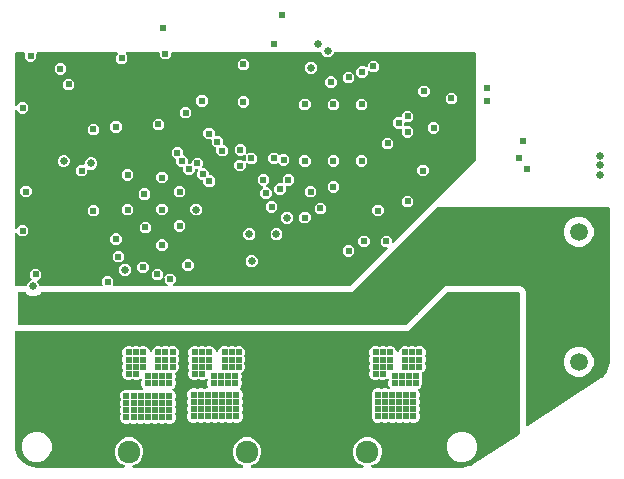
<source format=gbr>
G04 EAGLE Gerber RS-274X export*
G75*
%MOMM*%
%FSLAX34Y34*%
%LPD*%
%INCopper Layer 15*%
%IPPOS*%
%AMOC8*
5,1,8,0,0,1.08239X$1,22.5*%
G01*
%ADD10C,1.920000*%
%ADD11C,1.500000*%
%ADD12C,2.550000*%
%ADD13C,0.704800*%
%ADD14C,0.604800*%
%ADD15C,0.654800*%

G36*
X11012Y156010D02*
X11012Y156010D01*
X11076Y156009D01*
X11151Y156030D01*
X11227Y156041D01*
X11286Y156067D01*
X11348Y156084D01*
X11414Y156125D01*
X11484Y156157D01*
X11533Y156199D01*
X11588Y156232D01*
X11640Y156290D01*
X11698Y156340D01*
X11734Y156394D01*
X11777Y156442D01*
X11810Y156511D01*
X11853Y156576D01*
X11872Y156638D01*
X11900Y156695D01*
X11911Y156765D01*
X11935Y156846D01*
X11936Y156931D01*
X11947Y157000D01*
X11947Y158093D01*
X14934Y161080D01*
X15022Y161093D01*
X15051Y161106D01*
X15083Y161112D01*
X15179Y161164D01*
X15279Y161209D01*
X15303Y161230D01*
X15332Y161245D01*
X15410Y161321D01*
X15493Y161392D01*
X15511Y161419D01*
X15534Y161442D01*
X15588Y161537D01*
X15648Y161628D01*
X15657Y161659D01*
X15673Y161687D01*
X15698Y161793D01*
X15730Y161898D01*
X15731Y161930D01*
X15738Y161961D01*
X15732Y162071D01*
X15734Y162180D01*
X15725Y162211D01*
X15724Y162243D01*
X15688Y162346D01*
X15659Y162452D01*
X15642Y162479D01*
X15631Y162510D01*
X15578Y162583D01*
X15510Y162692D01*
X15474Y162724D01*
X15449Y162759D01*
X14197Y164011D01*
X14197Y167989D01*
X17011Y170803D01*
X20989Y170803D01*
X23803Y167989D01*
X23803Y164011D01*
X20841Y161048D01*
X20825Y161041D01*
X20800Y161020D01*
X20772Y161005D01*
X20693Y160929D01*
X20610Y160858D01*
X20593Y160831D01*
X20570Y160808D01*
X20516Y160713D01*
X20456Y160622D01*
X20446Y160591D01*
X20431Y160563D01*
X20405Y160457D01*
X20373Y160352D01*
X20373Y160320D01*
X20366Y160289D01*
X20371Y160179D01*
X20370Y160070D01*
X20378Y160039D01*
X20380Y160007D01*
X20416Y159904D01*
X20445Y159798D01*
X20462Y159771D01*
X20472Y159740D01*
X20526Y159667D01*
X20593Y159558D01*
X20629Y159526D01*
X20654Y159491D01*
X22053Y158093D01*
X22053Y157000D01*
X22062Y156936D01*
X22061Y156872D01*
X22082Y156797D01*
X22093Y156721D01*
X22119Y156662D01*
X22136Y156600D01*
X22177Y156534D01*
X22209Y156464D01*
X22251Y156415D01*
X22284Y156360D01*
X22342Y156308D01*
X22392Y156250D01*
X22446Y156214D01*
X22494Y156171D01*
X22563Y156138D01*
X22628Y156095D01*
X22690Y156076D01*
X22747Y156048D01*
X22817Y156037D01*
X22898Y156013D01*
X22983Y156012D01*
X23052Y156001D01*
X74795Y156001D01*
X74827Y156005D01*
X74859Y156003D01*
X74966Y156025D01*
X75074Y156041D01*
X75103Y156054D01*
X75135Y156060D01*
X75231Y156112D01*
X75331Y156157D01*
X75355Y156178D01*
X75384Y156193D01*
X75462Y156269D01*
X75545Y156340D01*
X75563Y156367D01*
X75586Y156390D01*
X75640Y156485D01*
X75700Y156576D01*
X75709Y156607D01*
X75725Y156635D01*
X75750Y156741D01*
X75782Y156846D01*
X75782Y156878D01*
X75790Y156910D01*
X75784Y157019D01*
X75786Y157128D01*
X75777Y157159D01*
X75776Y157191D01*
X75740Y157294D01*
X75711Y157400D01*
X75694Y157427D01*
X75683Y157458D01*
X75630Y157531D01*
X75562Y157640D01*
X75526Y157672D01*
X75501Y157707D01*
X75197Y158011D01*
X75197Y161989D01*
X78011Y164803D01*
X81989Y164803D01*
X84803Y161989D01*
X84803Y158011D01*
X84499Y157707D01*
X84479Y157681D01*
X84455Y157660D01*
X84395Y157568D01*
X84329Y157481D01*
X84318Y157451D01*
X84300Y157424D01*
X84268Y157319D01*
X84230Y157217D01*
X84227Y157185D01*
X84218Y157154D01*
X84217Y157045D01*
X84208Y156936D01*
X84215Y156904D01*
X84214Y156872D01*
X84243Y156767D01*
X84266Y156660D01*
X84281Y156631D01*
X84289Y156600D01*
X84347Y156507D01*
X84398Y156411D01*
X84421Y156388D01*
X84438Y156360D01*
X84519Y156287D01*
X84595Y156209D01*
X84623Y156193D01*
X84647Y156171D01*
X84745Y156124D01*
X84840Y156070D01*
X84872Y156062D01*
X84901Y156048D01*
X84990Y156034D01*
X85115Y156005D01*
X85163Y156007D01*
X85205Y156001D01*
X129795Y156001D01*
X129827Y156005D01*
X129859Y156003D01*
X129966Y156025D01*
X130074Y156041D01*
X130103Y156054D01*
X130135Y156060D01*
X130231Y156112D01*
X130331Y156157D01*
X130355Y156178D01*
X130384Y156193D01*
X130462Y156269D01*
X130545Y156340D01*
X130563Y156367D01*
X130586Y156390D01*
X130640Y156485D01*
X130700Y156576D01*
X130709Y156607D01*
X130725Y156635D01*
X130750Y156742D01*
X130782Y156846D01*
X130782Y156878D01*
X130790Y156910D01*
X130784Y157019D01*
X130786Y157128D01*
X130777Y157159D01*
X130776Y157191D01*
X130740Y157294D01*
X130711Y157400D01*
X130694Y157427D01*
X130683Y157458D01*
X130630Y157531D01*
X130562Y157640D01*
X130526Y157672D01*
X130501Y157707D01*
X128197Y160011D01*
X128197Y162993D01*
X128193Y163025D01*
X128195Y163057D01*
X128173Y163164D01*
X128157Y163272D01*
X128144Y163301D01*
X128138Y163333D01*
X128086Y163429D01*
X128041Y163529D01*
X128020Y163553D01*
X128005Y163582D01*
X127929Y163660D01*
X127858Y163743D01*
X127831Y163761D01*
X127808Y163784D01*
X127713Y163838D01*
X127622Y163898D01*
X127591Y163907D01*
X127563Y163923D01*
X127457Y163948D01*
X127352Y163980D01*
X127320Y163981D01*
X127289Y163988D01*
X127179Y163982D01*
X127070Y163984D01*
X127039Y163975D01*
X127007Y163974D01*
X126904Y163938D01*
X126798Y163909D01*
X126771Y163892D01*
X126740Y163881D01*
X126667Y163828D01*
X126558Y163760D01*
X126526Y163724D01*
X126491Y163699D01*
X123989Y161197D01*
X120011Y161197D01*
X117197Y164011D01*
X117197Y167989D01*
X120011Y170803D01*
X123989Y170803D01*
X126803Y167989D01*
X126803Y165007D01*
X126807Y164975D01*
X126805Y164943D01*
X126827Y164836D01*
X126843Y164728D01*
X126856Y164699D01*
X126862Y164667D01*
X126914Y164571D01*
X126959Y164471D01*
X126980Y164447D01*
X126995Y164418D01*
X127071Y164340D01*
X127142Y164257D01*
X127169Y164239D01*
X127192Y164216D01*
X127287Y164162D01*
X127378Y164102D01*
X127409Y164093D01*
X127437Y164077D01*
X127543Y164052D01*
X127648Y164020D01*
X127680Y164019D01*
X127711Y164012D01*
X127821Y164018D01*
X127930Y164016D01*
X127961Y164025D01*
X127993Y164026D01*
X128096Y164062D01*
X128202Y164091D01*
X128229Y164108D01*
X128260Y164119D01*
X128333Y164172D01*
X128442Y164240D01*
X128474Y164276D01*
X128509Y164301D01*
X131011Y166803D01*
X134989Y166803D01*
X137803Y163989D01*
X137803Y160011D01*
X135499Y157707D01*
X135479Y157681D01*
X135455Y157660D01*
X135395Y157568D01*
X135329Y157481D01*
X135318Y157451D01*
X135300Y157424D01*
X135268Y157319D01*
X135230Y157217D01*
X135227Y157185D01*
X135218Y157154D01*
X135217Y157045D01*
X135208Y156936D01*
X135215Y156904D01*
X135214Y156872D01*
X135243Y156767D01*
X135266Y156660D01*
X135281Y156632D01*
X135289Y156600D01*
X135347Y156507D01*
X135398Y156411D01*
X135421Y156388D01*
X135438Y156360D01*
X135519Y156287D01*
X135595Y156209D01*
X135623Y156193D01*
X135647Y156171D01*
X135745Y156124D01*
X135840Y156070D01*
X135872Y156062D01*
X135901Y156048D01*
X135990Y156034D01*
X136115Y156005D01*
X136163Y156007D01*
X136205Y156001D01*
X285000Y156001D01*
X285095Y156014D01*
X285191Y156019D01*
X285234Y156034D01*
X285279Y156041D01*
X285367Y156080D01*
X285458Y156112D01*
X285492Y156137D01*
X285536Y156157D01*
X285634Y156240D01*
X285707Y156293D01*
X316905Y187491D01*
X316924Y187517D01*
X316948Y187538D01*
X317008Y187630D01*
X317074Y187717D01*
X317085Y187747D01*
X317103Y187774D01*
X317135Y187879D01*
X317173Y187981D01*
X317176Y188013D01*
X317185Y188044D01*
X317187Y188153D01*
X317195Y188262D01*
X317189Y188294D01*
X317189Y188326D01*
X317160Y188431D01*
X317138Y188538D01*
X317122Y188567D01*
X317114Y188598D01*
X317056Y188691D01*
X317005Y188787D01*
X316983Y188810D01*
X316966Y188838D01*
X316885Y188911D01*
X316808Y188989D01*
X316780Y189005D01*
X316756Y189027D01*
X316658Y189074D01*
X316563Y189128D01*
X316532Y189136D01*
X316503Y189150D01*
X316413Y189164D01*
X316289Y189193D01*
X316240Y189191D01*
X316198Y189197D01*
X314011Y189197D01*
X311197Y192011D01*
X311197Y195989D01*
X314011Y198803D01*
X317989Y198803D01*
X320803Y195989D01*
X320803Y193802D01*
X320807Y193770D01*
X320805Y193738D01*
X320827Y193631D01*
X320843Y193523D01*
X320856Y193493D01*
X320862Y193462D01*
X320914Y193365D01*
X320959Y193266D01*
X320980Y193241D01*
X320995Y193213D01*
X321071Y193134D01*
X321142Y193052D01*
X321169Y193034D01*
X321192Y193011D01*
X321287Y192957D01*
X321378Y192897D01*
X321409Y192888D01*
X321437Y192872D01*
X321544Y192847D01*
X321648Y192815D01*
X321680Y192814D01*
X321711Y192807D01*
X321821Y192812D01*
X321930Y192811D01*
X321961Y192820D01*
X321993Y192821D01*
X322096Y192857D01*
X322202Y192886D01*
X322229Y192903D01*
X322260Y192914D01*
X322333Y192967D01*
X322442Y193034D01*
X322474Y193070D01*
X322509Y193095D01*
X391707Y262293D01*
X391764Y262370D01*
X391829Y262442D01*
X391849Y262483D01*
X391876Y262519D01*
X391910Y262609D01*
X391952Y262695D01*
X391958Y262737D01*
X391975Y262783D01*
X391985Y262911D01*
X391999Y263000D01*
X391999Y353000D01*
X391990Y353064D01*
X391991Y353128D01*
X391970Y353203D01*
X391959Y353279D01*
X391933Y353338D01*
X391916Y353400D01*
X391875Y353466D01*
X391843Y353536D01*
X391801Y353585D01*
X391768Y353640D01*
X391710Y353692D01*
X391660Y353750D01*
X391606Y353786D01*
X391558Y353829D01*
X391489Y353862D01*
X391424Y353905D01*
X391362Y353924D01*
X391305Y353952D01*
X391235Y353963D01*
X391154Y353987D01*
X391069Y353988D01*
X391000Y353999D01*
X272260Y353999D01*
X272196Y353990D01*
X272132Y353991D01*
X272057Y353970D01*
X271981Y353959D01*
X271922Y353933D01*
X271860Y353916D01*
X271794Y353875D01*
X271724Y353843D01*
X271675Y353801D01*
X271620Y353768D01*
X271568Y353710D01*
X271509Y353660D01*
X271474Y353606D01*
X271431Y353558D01*
X271397Y353489D01*
X271355Y353424D01*
X271336Y353362D01*
X271308Y353305D01*
X271297Y353235D01*
X271272Y353154D01*
X271271Y353069D01*
X271261Y353000D01*
X271261Y352699D01*
X268301Y349739D01*
X264115Y349739D01*
X261155Y352699D01*
X261155Y353000D01*
X261146Y353064D01*
X261147Y353128D01*
X261126Y353203D01*
X261115Y353279D01*
X261089Y353338D01*
X261072Y353400D01*
X261031Y353466D01*
X260999Y353536D01*
X260957Y353585D01*
X260923Y353640D01*
X260866Y353692D01*
X260816Y353750D01*
X260762Y353786D01*
X260714Y353829D01*
X260645Y353862D01*
X260580Y353905D01*
X260518Y353924D01*
X260460Y353952D01*
X260391Y353963D01*
X260310Y353987D01*
X260225Y353988D01*
X260156Y353999D01*
X134802Y353999D01*
X134738Y353990D01*
X134674Y353991D01*
X134599Y353970D01*
X134523Y353959D01*
X134464Y353933D01*
X134402Y353916D01*
X134336Y353875D01*
X134266Y353843D01*
X134217Y353801D01*
X134162Y353768D01*
X134110Y353710D01*
X134052Y353660D01*
X134016Y353606D01*
X133973Y353558D01*
X133940Y353489D01*
X133897Y353424D01*
X133878Y353362D01*
X133850Y353305D01*
X133839Y353235D01*
X133815Y353154D01*
X133814Y353069D01*
X133803Y353000D01*
X133803Y351011D01*
X130989Y348197D01*
X127011Y348197D01*
X124197Y351011D01*
X124197Y353000D01*
X124188Y353064D01*
X124189Y353128D01*
X124168Y353203D01*
X124157Y353279D01*
X124131Y353338D01*
X124114Y353400D01*
X124073Y353466D01*
X124041Y353536D01*
X123999Y353585D01*
X123966Y353640D01*
X123908Y353692D01*
X123858Y353750D01*
X123804Y353786D01*
X123756Y353829D01*
X123687Y353862D01*
X123622Y353905D01*
X123560Y353924D01*
X123503Y353952D01*
X123433Y353963D01*
X123352Y353987D01*
X123267Y353988D01*
X123198Y353999D01*
X96205Y353999D01*
X96173Y353995D01*
X96141Y353997D01*
X96034Y353975D01*
X95926Y353959D01*
X95897Y353946D01*
X95865Y353940D01*
X95769Y353888D01*
X95669Y353843D01*
X95645Y353822D01*
X95616Y353807D01*
X95538Y353731D01*
X95455Y353660D01*
X95437Y353633D01*
X95414Y353610D01*
X95360Y353515D01*
X95300Y353424D01*
X95291Y353393D01*
X95275Y353365D01*
X95250Y353258D01*
X95218Y353154D01*
X95218Y353122D01*
X95210Y353091D01*
X95216Y352981D01*
X95214Y352872D01*
X95223Y352841D01*
X95224Y352809D01*
X95260Y352706D01*
X95289Y352600D01*
X95306Y352573D01*
X95317Y352542D01*
X95370Y352469D01*
X95438Y352360D01*
X95474Y352328D01*
X95499Y352293D01*
X96803Y350989D01*
X96803Y347011D01*
X93989Y344197D01*
X90011Y344197D01*
X87197Y347011D01*
X87197Y350989D01*
X88501Y352293D01*
X88521Y352319D01*
X88545Y352340D01*
X88605Y352432D01*
X88671Y352519D01*
X88682Y352549D01*
X88700Y352576D01*
X88732Y352681D01*
X88770Y352783D01*
X88773Y352815D01*
X88782Y352846D01*
X88783Y352955D01*
X88792Y353064D01*
X88785Y353096D01*
X88786Y353128D01*
X88757Y353233D01*
X88734Y353340D01*
X88719Y353369D01*
X88711Y353400D01*
X88653Y353493D01*
X88602Y353589D01*
X88579Y353612D01*
X88562Y353640D01*
X88481Y353713D01*
X88405Y353791D01*
X88377Y353807D01*
X88353Y353829D01*
X88255Y353876D01*
X88160Y353930D01*
X88128Y353938D01*
X88099Y353952D01*
X88010Y353966D01*
X87885Y353995D01*
X87837Y353993D01*
X87795Y353999D01*
X20802Y353999D01*
X20738Y353990D01*
X20674Y353991D01*
X20599Y353970D01*
X20523Y353959D01*
X20464Y353933D01*
X20402Y353916D01*
X20336Y353875D01*
X20266Y353843D01*
X20217Y353801D01*
X20162Y353768D01*
X20110Y353710D01*
X20052Y353660D01*
X20016Y353606D01*
X19973Y353558D01*
X19940Y353489D01*
X19897Y353424D01*
X19878Y353362D01*
X19850Y353305D01*
X19839Y353235D01*
X19815Y353154D01*
X19814Y353069D01*
X19803Y353000D01*
X19803Y349011D01*
X16989Y346197D01*
X13011Y346197D01*
X10197Y349011D01*
X10197Y353000D01*
X10188Y353064D01*
X10189Y353128D01*
X10168Y353203D01*
X10157Y353279D01*
X10131Y353338D01*
X10114Y353400D01*
X10073Y353466D01*
X10041Y353536D01*
X9999Y353585D01*
X9966Y353640D01*
X9908Y353692D01*
X9858Y353750D01*
X9804Y353786D01*
X9756Y353829D01*
X9687Y353862D01*
X9622Y353905D01*
X9560Y353924D01*
X9503Y353952D01*
X9433Y353963D01*
X9352Y353987D01*
X9267Y353988D01*
X9198Y353999D01*
X2500Y353999D01*
X2436Y353990D01*
X2372Y353991D01*
X2297Y353970D01*
X2221Y353959D01*
X2162Y353933D01*
X2100Y353916D01*
X2034Y353875D01*
X1964Y353843D01*
X1915Y353801D01*
X1860Y353768D01*
X1808Y353710D01*
X1750Y353660D01*
X1714Y353606D01*
X1671Y353558D01*
X1638Y353489D01*
X1595Y353424D01*
X1576Y353362D01*
X1548Y353305D01*
X1537Y353235D01*
X1513Y353154D01*
X1512Y353069D01*
X1501Y353000D01*
X1501Y309705D01*
X1505Y309673D01*
X1503Y309641D01*
X1525Y309534D01*
X1541Y309426D01*
X1554Y309397D01*
X1560Y309365D01*
X1612Y309269D01*
X1657Y309169D01*
X1678Y309145D01*
X1693Y309116D01*
X1769Y309038D01*
X1840Y308955D01*
X1867Y308937D01*
X1890Y308914D01*
X1985Y308860D01*
X2076Y308800D01*
X2107Y308791D01*
X2135Y308775D01*
X2241Y308750D01*
X2346Y308718D01*
X2378Y308717D01*
X2409Y308710D01*
X2519Y308716D01*
X2628Y308714D01*
X2659Y308723D01*
X2691Y308724D01*
X2794Y308760D01*
X2900Y308789D01*
X2927Y308806D01*
X2958Y308817D01*
X3031Y308870D01*
X3140Y308938D01*
X3172Y308974D01*
X3207Y308999D01*
X6011Y311803D01*
X9989Y311803D01*
X12803Y308989D01*
X12803Y305011D01*
X9989Y302197D01*
X6011Y302197D01*
X3207Y305001D01*
X3181Y305021D01*
X3160Y305045D01*
X3068Y305105D01*
X2981Y305171D01*
X2951Y305182D01*
X2924Y305200D01*
X2819Y305232D01*
X2717Y305270D01*
X2685Y305273D01*
X2654Y305282D01*
X2545Y305284D01*
X2436Y305292D01*
X2404Y305285D01*
X2372Y305286D01*
X2267Y305257D01*
X2160Y305234D01*
X2131Y305219D01*
X2100Y305211D01*
X2007Y305153D01*
X1911Y305102D01*
X1888Y305079D01*
X1860Y305062D01*
X1787Y304981D01*
X1709Y304905D01*
X1693Y304877D01*
X1671Y304853D01*
X1624Y304755D01*
X1570Y304660D01*
X1562Y304628D01*
X1548Y304599D01*
X1534Y304510D01*
X1505Y304385D01*
X1507Y304337D01*
X1501Y304295D01*
X1501Y205705D01*
X1505Y205673D01*
X1503Y205641D01*
X1525Y205534D01*
X1541Y205426D01*
X1554Y205397D01*
X1560Y205365D01*
X1612Y205269D01*
X1657Y205169D01*
X1678Y205145D01*
X1693Y205116D01*
X1769Y205038D01*
X1840Y204955D01*
X1867Y204937D01*
X1890Y204914D01*
X1985Y204860D01*
X2076Y204800D01*
X2107Y204791D01*
X2135Y204775D01*
X2241Y204750D01*
X2346Y204718D01*
X2378Y204717D01*
X2409Y204710D01*
X2519Y204716D01*
X2628Y204714D01*
X2659Y204723D01*
X2691Y204724D01*
X2794Y204760D01*
X2900Y204789D01*
X2927Y204806D01*
X2958Y204817D01*
X3031Y204870D01*
X3140Y204938D01*
X3172Y204974D01*
X3207Y204999D01*
X6011Y207803D01*
X9989Y207803D01*
X12803Y204989D01*
X12803Y201011D01*
X9989Y198197D01*
X6011Y198197D01*
X3207Y201001D01*
X3181Y201021D01*
X3160Y201045D01*
X3068Y201105D01*
X2981Y201171D01*
X2951Y201182D01*
X2924Y201200D01*
X2819Y201232D01*
X2717Y201270D01*
X2685Y201273D01*
X2654Y201282D01*
X2545Y201284D01*
X2436Y201292D01*
X2404Y201285D01*
X2372Y201286D01*
X2267Y201257D01*
X2160Y201234D01*
X2131Y201219D01*
X2100Y201211D01*
X2007Y201153D01*
X1911Y201102D01*
X1888Y201079D01*
X1860Y201062D01*
X1787Y200981D01*
X1709Y200905D01*
X1693Y200877D01*
X1671Y200853D01*
X1624Y200755D01*
X1570Y200660D01*
X1562Y200628D01*
X1548Y200599D01*
X1534Y200510D01*
X1505Y200385D01*
X1507Y200337D01*
X1501Y200295D01*
X1501Y157000D01*
X1510Y156936D01*
X1509Y156872D01*
X1530Y156797D01*
X1541Y156721D01*
X1567Y156662D01*
X1584Y156600D01*
X1625Y156534D01*
X1657Y156464D01*
X1699Y156415D01*
X1732Y156360D01*
X1790Y156308D01*
X1840Y156250D01*
X1894Y156214D01*
X1942Y156171D01*
X2011Y156138D01*
X2076Y156095D01*
X2138Y156076D01*
X2195Y156048D01*
X2265Y156037D01*
X2346Y156013D01*
X2431Y156012D01*
X2500Y156001D01*
X10948Y156001D01*
X11012Y156010D01*
G37*
G36*
X94032Y2513D02*
X94032Y2513D01*
X94119Y2516D01*
X94171Y2533D01*
X94225Y2541D01*
X94304Y2576D01*
X94387Y2603D01*
X94432Y2634D01*
X94482Y2657D01*
X94548Y2713D01*
X94620Y2762D01*
X94655Y2804D01*
X94696Y2840D01*
X94744Y2913D01*
X94799Y2980D01*
X94821Y3030D01*
X94851Y3076D01*
X94876Y3159D01*
X94910Y3239D01*
X94917Y3293D01*
X94933Y3346D01*
X94934Y3433D01*
X94945Y3519D01*
X94936Y3573D01*
X94937Y3628D01*
X94914Y3712D01*
X94900Y3797D01*
X94876Y3847D01*
X94862Y3900D01*
X94816Y3974D01*
X94779Y4052D01*
X94742Y4093D01*
X94714Y4140D01*
X94649Y4198D01*
X94591Y4263D01*
X94548Y4289D01*
X94504Y4329D01*
X94402Y4378D01*
X94328Y4423D01*
X91145Y5742D01*
X87742Y9145D01*
X85899Y13593D01*
X85899Y18407D01*
X87742Y22855D01*
X91145Y26258D01*
X95593Y28101D01*
X100407Y28101D01*
X104855Y26258D01*
X108258Y22855D01*
X110101Y18407D01*
X110101Y13593D01*
X108258Y9145D01*
X104855Y5742D01*
X101672Y4423D01*
X101597Y4379D01*
X101518Y4343D01*
X101476Y4308D01*
X101429Y4280D01*
X101370Y4216D01*
X101304Y4160D01*
X101274Y4114D01*
X101236Y4074D01*
X101197Y3997D01*
X101149Y3924D01*
X101133Y3871D01*
X101108Y3822D01*
X101092Y3737D01*
X101067Y3654D01*
X101066Y3599D01*
X101056Y3545D01*
X101064Y3459D01*
X101063Y3372D01*
X101078Y3319D01*
X101083Y3265D01*
X101115Y3184D01*
X101138Y3100D01*
X101167Y3053D01*
X101188Y3003D01*
X101241Y2934D01*
X101286Y2860D01*
X101327Y2823D01*
X101361Y2780D01*
X101431Y2730D01*
X101496Y2671D01*
X101545Y2647D01*
X101590Y2615D01*
X101672Y2586D01*
X101750Y2548D01*
X101800Y2540D01*
X101855Y2521D01*
X101969Y2514D01*
X102054Y2501D01*
X193946Y2501D01*
X194032Y2513D01*
X194119Y2516D01*
X194171Y2533D01*
X194225Y2541D01*
X194304Y2576D01*
X194387Y2603D01*
X194432Y2634D01*
X194482Y2657D01*
X194548Y2713D01*
X194620Y2762D01*
X194655Y2804D01*
X194696Y2840D01*
X194744Y2913D01*
X194799Y2980D01*
X194821Y3030D01*
X194851Y3076D01*
X194876Y3159D01*
X194910Y3239D01*
X194917Y3293D01*
X194933Y3346D01*
X194934Y3433D01*
X194945Y3519D01*
X194936Y3573D01*
X194937Y3628D01*
X194914Y3712D01*
X194900Y3797D01*
X194876Y3847D01*
X194862Y3900D01*
X194816Y3974D01*
X194779Y4052D01*
X194742Y4093D01*
X194714Y4140D01*
X194649Y4198D01*
X194591Y4263D01*
X194548Y4289D01*
X194504Y4329D01*
X194402Y4378D01*
X194328Y4423D01*
X191145Y5742D01*
X187742Y9145D01*
X185899Y13593D01*
X185899Y18407D01*
X187742Y22855D01*
X191145Y26258D01*
X195593Y28101D01*
X200407Y28101D01*
X204855Y26258D01*
X208258Y22855D01*
X210101Y18407D01*
X210101Y13593D01*
X208258Y9145D01*
X204855Y5742D01*
X201672Y4423D01*
X201597Y4379D01*
X201518Y4343D01*
X201476Y4308D01*
X201429Y4280D01*
X201370Y4216D01*
X201304Y4160D01*
X201274Y4114D01*
X201236Y4074D01*
X201197Y3997D01*
X201149Y3924D01*
X201133Y3871D01*
X201108Y3822D01*
X201092Y3737D01*
X201067Y3654D01*
X201066Y3599D01*
X201056Y3545D01*
X201064Y3459D01*
X201063Y3372D01*
X201078Y3319D01*
X201083Y3265D01*
X201115Y3184D01*
X201138Y3100D01*
X201167Y3053D01*
X201188Y3003D01*
X201241Y2934D01*
X201286Y2860D01*
X201327Y2823D01*
X201361Y2780D01*
X201431Y2730D01*
X201496Y2671D01*
X201545Y2647D01*
X201590Y2615D01*
X201672Y2586D01*
X201750Y2548D01*
X201800Y2540D01*
X201855Y2521D01*
X201969Y2514D01*
X202054Y2501D01*
X295946Y2501D01*
X296032Y2513D01*
X296119Y2516D01*
X296171Y2533D01*
X296225Y2541D01*
X296304Y2576D01*
X296387Y2603D01*
X296432Y2634D01*
X296482Y2657D01*
X296548Y2713D01*
X296620Y2762D01*
X296655Y2804D01*
X296696Y2840D01*
X296744Y2913D01*
X296799Y2980D01*
X296821Y3030D01*
X296851Y3076D01*
X296876Y3159D01*
X296910Y3239D01*
X296917Y3293D01*
X296933Y3346D01*
X296934Y3433D01*
X296945Y3519D01*
X296936Y3573D01*
X296937Y3628D01*
X296914Y3712D01*
X296900Y3797D01*
X296876Y3847D01*
X296862Y3900D01*
X296816Y3974D01*
X296779Y4052D01*
X296742Y4093D01*
X296714Y4140D01*
X296649Y4198D01*
X296591Y4263D01*
X296548Y4289D01*
X296504Y4329D01*
X296402Y4378D01*
X296328Y4423D01*
X293145Y5742D01*
X289742Y9145D01*
X287899Y13593D01*
X287899Y18407D01*
X289742Y22855D01*
X293145Y26258D01*
X297593Y28101D01*
X302407Y28101D01*
X306855Y26258D01*
X310258Y22855D01*
X312101Y18407D01*
X312101Y13593D01*
X310258Y9145D01*
X306855Y5742D01*
X303672Y4423D01*
X303597Y4379D01*
X303518Y4343D01*
X303476Y4308D01*
X303429Y4280D01*
X303370Y4216D01*
X303304Y4160D01*
X303274Y4114D01*
X303236Y4074D01*
X303197Y3997D01*
X303149Y3924D01*
X303133Y3871D01*
X303108Y3822D01*
X303092Y3737D01*
X303067Y3654D01*
X303066Y3599D01*
X303056Y3545D01*
X303064Y3459D01*
X303063Y3372D01*
X303078Y3319D01*
X303083Y3265D01*
X303115Y3184D01*
X303138Y3100D01*
X303167Y3053D01*
X303188Y3003D01*
X303241Y2934D01*
X303286Y2860D01*
X303327Y2823D01*
X303361Y2780D01*
X303431Y2730D01*
X303496Y2671D01*
X303545Y2647D01*
X303590Y2615D01*
X303672Y2586D01*
X303750Y2548D01*
X303800Y2540D01*
X303855Y2521D01*
X303969Y2514D01*
X304054Y2501D01*
X380000Y2501D01*
X380038Y2506D01*
X380071Y2503D01*
X382425Y2672D01*
X382547Y2698D01*
X382636Y2710D01*
X385454Y3540D01*
X387152Y4040D01*
X387265Y4091D01*
X387350Y4122D01*
X389420Y5255D01*
X389450Y5278D01*
X389481Y5292D01*
X390699Y6077D01*
X390700Y6077D01*
X428541Y30469D01*
X428588Y30509D01*
X428640Y30541D01*
X428694Y30601D01*
X428755Y30654D01*
X428788Y30705D01*
X428829Y30751D01*
X428864Y30823D01*
X428908Y30891D01*
X428925Y30949D01*
X428952Y31004D01*
X428963Y31076D01*
X428988Y31161D01*
X428989Y31242D01*
X428999Y31309D01*
X428999Y150000D01*
X428990Y150064D01*
X428991Y150128D01*
X428970Y150203D01*
X428959Y150279D01*
X428933Y150338D01*
X428916Y150400D01*
X428875Y150466D01*
X428843Y150536D01*
X428801Y150585D01*
X428768Y150640D01*
X428710Y150692D01*
X428660Y150750D01*
X428606Y150786D01*
X428558Y150829D01*
X428489Y150862D01*
X428424Y150905D01*
X428362Y150924D01*
X428305Y150952D01*
X428235Y150963D01*
X428154Y150987D01*
X428069Y150988D01*
X428000Y150999D01*
X368000Y150999D01*
X367905Y150986D01*
X367809Y150981D01*
X367766Y150966D01*
X367721Y150959D01*
X367633Y150920D01*
X367542Y150888D01*
X367508Y150863D01*
X367464Y150843D01*
X367367Y150760D01*
X367293Y150707D01*
X334586Y117999D01*
X2500Y117999D01*
X2436Y117990D01*
X2372Y117991D01*
X2297Y117970D01*
X2221Y117959D01*
X2162Y117933D01*
X2100Y117916D01*
X2034Y117875D01*
X1964Y117843D01*
X1915Y117801D01*
X1860Y117768D01*
X1808Y117710D01*
X1750Y117660D01*
X1714Y117606D01*
X1671Y117558D01*
X1638Y117489D01*
X1595Y117424D01*
X1576Y117362D01*
X1548Y117305D01*
X1537Y117235D01*
X1513Y117154D01*
X1512Y117069D01*
X1501Y117000D01*
X1501Y21000D01*
X1507Y20958D01*
X1504Y20922D01*
X1719Y18184D01*
X1751Y18044D01*
X1765Y17954D01*
X3457Y12746D01*
X3458Y12744D01*
X3458Y12742D01*
X3474Y12712D01*
X3581Y12493D01*
X3592Y12481D01*
X3599Y12468D01*
X6817Y8038D01*
X6819Y8037D01*
X6820Y8035D01*
X6844Y8010D01*
X7014Y7836D01*
X7028Y7828D01*
X7038Y7817D01*
X11468Y4599D01*
X11470Y4598D01*
X11471Y4596D01*
X11502Y4581D01*
X11717Y4467D01*
X11733Y4464D01*
X11746Y4457D01*
X16954Y2765D01*
X17095Y2740D01*
X17184Y2719D01*
X19922Y2504D01*
X19963Y2506D01*
X20000Y2501D01*
X93946Y2501D01*
X94032Y2513D01*
G37*
G36*
X435053Y37805D02*
X435053Y37805D01*
X435128Y37804D01*
X435193Y37822D01*
X435260Y37830D01*
X435321Y37858D01*
X435400Y37879D01*
X435475Y37926D01*
X435541Y37955D01*
X498127Y78296D01*
X498160Y78325D01*
X498195Y78344D01*
X500039Y79763D01*
X500150Y79877D01*
X500215Y79938D01*
X503078Y83585D01*
X503084Y83595D01*
X503092Y83603D01*
X503130Y83675D01*
X503219Y83829D01*
X503226Y83855D01*
X503237Y83876D01*
X504751Y88258D01*
X504782Y88415D01*
X504803Y88502D01*
X504996Y90820D01*
X504993Y90864D01*
X504999Y90903D01*
X504999Y91083D01*
X504999Y93388D01*
X504999Y222000D01*
X504990Y222064D01*
X504991Y222128D01*
X504970Y222203D01*
X504959Y222279D01*
X504933Y222338D01*
X504916Y222400D01*
X504875Y222466D01*
X504843Y222536D01*
X504801Y222585D01*
X504768Y222640D01*
X504710Y222692D01*
X504660Y222750D01*
X504606Y222786D01*
X504558Y222829D01*
X504489Y222862D01*
X504424Y222905D01*
X504362Y222924D01*
X504305Y222952D01*
X504235Y222963D01*
X504154Y222987D01*
X504069Y222988D01*
X504000Y222999D01*
X359899Y222999D01*
X359805Y222986D01*
X359708Y222981D01*
X359665Y222966D01*
X359620Y222959D01*
X359533Y222920D01*
X359442Y222888D01*
X359407Y222863D01*
X359363Y222843D01*
X359266Y222760D01*
X359193Y222707D01*
X288399Y151913D01*
X286194Y150999D01*
X24115Y150999D01*
X24020Y150986D01*
X23924Y150981D01*
X23881Y150966D01*
X23836Y150959D01*
X23749Y150920D01*
X23658Y150888D01*
X23623Y150863D01*
X23579Y150843D01*
X23482Y150760D01*
X23409Y150707D01*
X21687Y148985D01*
X18646Y147725D01*
X15354Y147725D01*
X12313Y148985D01*
X10591Y150707D01*
X10514Y150764D01*
X10443Y150829D01*
X10402Y150849D01*
X10366Y150876D01*
X10276Y150910D01*
X10189Y150952D01*
X10147Y150958D01*
X10102Y150975D01*
X9974Y150985D01*
X9885Y150999D01*
X5000Y150999D01*
X4936Y150990D01*
X4872Y150991D01*
X4797Y150970D01*
X4721Y150959D01*
X4662Y150933D01*
X4600Y150916D01*
X4534Y150875D01*
X4464Y150843D01*
X4415Y150801D01*
X4360Y150768D01*
X4308Y150710D01*
X4250Y150660D01*
X4214Y150606D01*
X4171Y150558D01*
X4138Y150489D01*
X4095Y150424D01*
X4076Y150362D01*
X4048Y150305D01*
X4037Y150235D01*
X4013Y150154D01*
X4012Y150069D01*
X4001Y150000D01*
X4001Y124000D01*
X4010Y123936D01*
X4009Y123872D01*
X4030Y123797D01*
X4041Y123721D01*
X4067Y123662D01*
X4084Y123600D01*
X4125Y123534D01*
X4157Y123464D01*
X4199Y123415D01*
X4232Y123360D01*
X4290Y123308D01*
X4340Y123250D01*
X4394Y123214D01*
X4442Y123171D01*
X4511Y123138D01*
X4576Y123095D01*
X4638Y123076D01*
X4695Y123048D01*
X4765Y123037D01*
X4846Y123013D01*
X4931Y123012D01*
X5000Y123001D01*
X332101Y123001D01*
X332195Y123014D01*
X332292Y123019D01*
X332335Y123034D01*
X332380Y123041D01*
X332467Y123080D01*
X332558Y123112D01*
X332593Y123137D01*
X332637Y123157D01*
X332734Y123240D01*
X332807Y123293D01*
X362772Y153259D01*
X364601Y155087D01*
X366806Y156001D01*
X429194Y156001D01*
X431399Y155087D01*
X433087Y153399D01*
X434001Y151194D01*
X434001Y38795D01*
X434010Y38729D01*
X434010Y38661D01*
X434030Y38590D01*
X434041Y38516D01*
X434068Y38455D01*
X434087Y38390D01*
X434126Y38327D01*
X434157Y38259D01*
X434200Y38208D01*
X434236Y38151D01*
X434292Y38101D01*
X434340Y38045D01*
X434396Y38008D01*
X434447Y37963D01*
X434514Y37931D01*
X434576Y37890D01*
X434641Y37871D01*
X434701Y37842D01*
X434775Y37830D01*
X434846Y37808D01*
X434913Y37807D01*
X434980Y37796D01*
X435053Y37805D01*
G37*
%LPC*%
G36*
X94901Y39475D02*
X94901Y39475D01*
X92870Y40316D01*
X91316Y41870D01*
X90475Y43901D01*
X90475Y46099D01*
X91104Y47618D01*
X91128Y47711D01*
X91160Y47801D01*
X91163Y47847D01*
X91174Y47891D01*
X91171Y47987D01*
X91177Y48083D01*
X91167Y48124D01*
X91165Y48173D01*
X91126Y48294D01*
X91104Y48382D01*
X90475Y49901D01*
X90475Y52099D01*
X91104Y53618D01*
X91128Y53711D01*
X91160Y53801D01*
X91163Y53847D01*
X91174Y53891D01*
X91171Y53987D01*
X91177Y54083D01*
X91167Y54124D01*
X91165Y54173D01*
X91126Y54294D01*
X91104Y54382D01*
X90475Y55901D01*
X90475Y58099D01*
X91104Y59618D01*
X91128Y59711D01*
X91160Y59801D01*
X91163Y59847D01*
X91174Y59891D01*
X91171Y59987D01*
X91177Y60083D01*
X91167Y60124D01*
X91165Y60173D01*
X91126Y60294D01*
X91104Y60382D01*
X90475Y61901D01*
X90475Y64099D01*
X91316Y66130D01*
X92870Y67684D01*
X94901Y68525D01*
X97099Y68525D01*
X98618Y67896D01*
X98711Y67872D01*
X98801Y67840D01*
X98847Y67837D01*
X98891Y67826D01*
X98987Y67829D01*
X99083Y67823D01*
X99124Y67833D01*
X99173Y67835D01*
X99294Y67874D01*
X99382Y67896D01*
X100901Y68525D01*
X103099Y68525D01*
X104618Y67896D01*
X104711Y67872D01*
X104801Y67840D01*
X104847Y67837D01*
X104891Y67826D01*
X104987Y67829D01*
X105083Y67823D01*
X105124Y67833D01*
X105173Y67835D01*
X105294Y67874D01*
X105382Y67896D01*
X106901Y68525D01*
X109250Y68525D01*
X109282Y68529D01*
X109314Y68527D01*
X109421Y68549D01*
X109529Y68565D01*
X109558Y68578D01*
X109590Y68584D01*
X109686Y68636D01*
X109786Y68681D01*
X109810Y68702D01*
X109839Y68717D01*
X109917Y68793D01*
X110000Y68864D01*
X110018Y68891D01*
X110041Y68914D01*
X110095Y69009D01*
X110155Y69100D01*
X110164Y69131D01*
X110180Y69159D01*
X110205Y69265D01*
X110237Y69370D01*
X110237Y69402D01*
X110245Y69433D01*
X110239Y69543D01*
X110241Y69652D01*
X110232Y69683D01*
X110231Y69715D01*
X110195Y69818D01*
X110166Y69924D01*
X110149Y69951D01*
X110138Y69982D01*
X110085Y70055D01*
X110017Y70164D01*
X109981Y70196D01*
X109956Y70231D01*
X109316Y70870D01*
X108475Y72901D01*
X108475Y75099D01*
X109072Y76541D01*
X109094Y76625D01*
X109125Y76706D01*
X109129Y76761D01*
X109142Y76814D01*
X109140Y76900D01*
X109146Y76987D01*
X109135Y77041D01*
X109133Y77096D01*
X109106Y77178D01*
X109089Y77263D01*
X109063Y77312D01*
X109046Y77364D01*
X108997Y77435D01*
X108956Y77512D01*
X108918Y77551D01*
X108887Y77597D01*
X108820Y77652D01*
X108760Y77714D01*
X108712Y77741D01*
X108669Y77776D01*
X108590Y77810D01*
X108514Y77853D01*
X108461Y77866D01*
X108410Y77887D01*
X108324Y77898D01*
X108240Y77918D01*
X108185Y77915D01*
X108130Y77922D01*
X108045Y77908D01*
X107958Y77904D01*
X107906Y77886D01*
X107852Y77877D01*
X107774Y77840D01*
X107692Y77811D01*
X107650Y77781D01*
X107597Y77756D01*
X107512Y77680D01*
X107443Y77629D01*
X107130Y77316D01*
X105099Y76475D01*
X102901Y76475D01*
X101382Y77104D01*
X101289Y77128D01*
X101199Y77160D01*
X101153Y77163D01*
X101109Y77174D01*
X101013Y77171D01*
X100917Y77177D01*
X100876Y77167D01*
X100827Y77165D01*
X100706Y77126D01*
X100618Y77104D01*
X99099Y76475D01*
X96901Y76475D01*
X94870Y77316D01*
X93316Y78870D01*
X92475Y80901D01*
X92475Y83099D01*
X93104Y84618D01*
X93128Y84711D01*
X93160Y84801D01*
X93163Y84847D01*
X93174Y84891D01*
X93171Y84987D01*
X93177Y85083D01*
X93167Y85124D01*
X93165Y85173D01*
X93126Y85294D01*
X93104Y85382D01*
X92475Y86901D01*
X92475Y89099D01*
X93104Y90618D01*
X93128Y90711D01*
X93160Y90801D01*
X93163Y90847D01*
X93174Y90891D01*
X93171Y90987D01*
X93177Y91083D01*
X93167Y91124D01*
X93165Y91173D01*
X93126Y91294D01*
X93104Y91382D01*
X92475Y92901D01*
X92475Y95099D01*
X93104Y96618D01*
X93128Y96711D01*
X93160Y96801D01*
X93163Y96847D01*
X93174Y96891D01*
X93171Y96987D01*
X93177Y97083D01*
X93167Y97124D01*
X93165Y97173D01*
X93126Y97294D01*
X93104Y97382D01*
X92475Y98901D01*
X92475Y101099D01*
X93316Y103130D01*
X94870Y104684D01*
X96901Y105525D01*
X99099Y105525D01*
X100618Y104896D01*
X100711Y104872D01*
X100801Y104840D01*
X100847Y104837D01*
X100891Y104826D01*
X100987Y104829D01*
X101083Y104823D01*
X101124Y104833D01*
X101173Y104835D01*
X101294Y104874D01*
X101382Y104896D01*
X102901Y105525D01*
X105099Y105525D01*
X106618Y104896D01*
X106711Y104872D01*
X106801Y104840D01*
X106847Y104837D01*
X106891Y104826D01*
X106987Y104829D01*
X107083Y104823D01*
X107124Y104833D01*
X107173Y104835D01*
X107294Y104874D01*
X107382Y104896D01*
X108901Y105525D01*
X111099Y105525D01*
X113130Y104684D01*
X114684Y103130D01*
X115577Y100973D01*
X115593Y100945D01*
X115603Y100915D01*
X115665Y100824D01*
X115720Y100730D01*
X115744Y100708D01*
X115762Y100682D01*
X115847Y100612D01*
X115926Y100538D01*
X115955Y100523D01*
X115980Y100502D01*
X116080Y100459D01*
X116178Y100410D01*
X116209Y100404D01*
X116239Y100391D01*
X116347Y100378D01*
X116455Y100357D01*
X116487Y100360D01*
X116519Y100357D01*
X116627Y100374D01*
X116735Y100384D01*
X116765Y100396D01*
X116797Y100402D01*
X116896Y100449D01*
X116997Y100489D01*
X117023Y100509D01*
X117052Y100523D01*
X117134Y100595D01*
X117220Y100662D01*
X117239Y100689D01*
X117263Y100710D01*
X117310Y100787D01*
X117385Y100891D01*
X117401Y100937D01*
X117423Y100973D01*
X118316Y103130D01*
X119870Y104684D01*
X121901Y105525D01*
X124099Y105525D01*
X125618Y104896D01*
X125711Y104872D01*
X125801Y104840D01*
X125847Y104837D01*
X125891Y104826D01*
X125987Y104829D01*
X126083Y104823D01*
X126124Y104833D01*
X126173Y104835D01*
X126294Y104874D01*
X126382Y104896D01*
X127901Y105525D01*
X130099Y105525D01*
X131618Y104896D01*
X131711Y104872D01*
X131801Y104840D01*
X131847Y104837D01*
X131891Y104826D01*
X131987Y104829D01*
X132083Y104823D01*
X132124Y104833D01*
X132173Y104835D01*
X132294Y104874D01*
X132382Y104896D01*
X133901Y105525D01*
X136099Y105525D01*
X138130Y104684D01*
X139684Y103130D01*
X140525Y101099D01*
X140525Y98901D01*
X139896Y97382D01*
X139872Y97289D01*
X139840Y97199D01*
X139837Y97153D01*
X139826Y97109D01*
X139829Y97013D01*
X139823Y96917D01*
X139833Y96876D01*
X139835Y96827D01*
X139874Y96706D01*
X139896Y96618D01*
X140525Y95099D01*
X140525Y92901D01*
X139896Y91382D01*
X139872Y91289D01*
X139840Y91199D01*
X139837Y91153D01*
X139826Y91109D01*
X139829Y91013D01*
X139823Y90917D01*
X139833Y90876D01*
X139835Y90827D01*
X139874Y90706D01*
X139896Y90618D01*
X140525Y89099D01*
X140525Y86901D01*
X139684Y84870D01*
X138130Y83316D01*
X137753Y83160D01*
X137697Y83128D01*
X137637Y83104D01*
X137576Y83056D01*
X137510Y83017D01*
X137466Y82970D01*
X137415Y82930D01*
X137370Y82867D01*
X137317Y82811D01*
X137288Y82754D01*
X137250Y82701D01*
X137224Y82629D01*
X137189Y82559D01*
X137177Y82496D01*
X137156Y82436D01*
X137151Y82358D01*
X137137Y82282D01*
X137143Y82218D01*
X137139Y82154D01*
X137156Y82086D01*
X137164Y82002D01*
X137195Y81923D01*
X137212Y81855D01*
X137525Y81099D01*
X137525Y78901D01*
X136896Y77382D01*
X136872Y77289D01*
X136840Y77199D01*
X136837Y77153D01*
X136826Y77109D01*
X136829Y77013D01*
X136823Y76917D01*
X136833Y76876D01*
X136835Y76827D01*
X136874Y76706D01*
X136896Y76618D01*
X137525Y75099D01*
X137525Y72901D01*
X136684Y70870D01*
X135020Y69207D01*
X134981Y69155D01*
X134935Y69110D01*
X134897Y69043D01*
X134850Y68981D01*
X134828Y68921D01*
X134796Y68865D01*
X134778Y68790D01*
X134751Y68717D01*
X134746Y68653D01*
X134731Y68590D01*
X134735Y68513D01*
X134729Y68436D01*
X134742Y68373D01*
X134746Y68309D01*
X134771Y68236D01*
X134787Y68160D01*
X134817Y68103D01*
X134838Y68042D01*
X134879Y67986D01*
X134919Y67911D01*
X134978Y67850D01*
X135020Y67793D01*
X136684Y66130D01*
X137525Y64099D01*
X137525Y61901D01*
X136896Y60382D01*
X136872Y60289D01*
X136840Y60199D01*
X136837Y60153D01*
X136826Y60109D01*
X136829Y60013D01*
X136823Y59917D01*
X136833Y59876D01*
X136835Y59827D01*
X136874Y59706D01*
X136896Y59618D01*
X137525Y58099D01*
X137525Y55901D01*
X136896Y54382D01*
X136872Y54289D01*
X136840Y54199D01*
X136837Y54153D01*
X136826Y54109D01*
X136829Y54013D01*
X136823Y53917D01*
X136833Y53876D01*
X136835Y53827D01*
X136874Y53706D01*
X136896Y53618D01*
X137525Y52099D01*
X137525Y49901D01*
X136896Y48382D01*
X136872Y48289D01*
X136840Y48199D01*
X136837Y48153D01*
X136826Y48109D01*
X136829Y48013D01*
X136823Y47917D01*
X136833Y47876D01*
X136835Y47827D01*
X136874Y47706D01*
X136896Y47618D01*
X137525Y46099D01*
X137525Y43901D01*
X136684Y41870D01*
X135130Y40316D01*
X133099Y39475D01*
X130901Y39475D01*
X129382Y40104D01*
X129289Y40128D01*
X129199Y40160D01*
X129153Y40163D01*
X129109Y40174D01*
X129013Y40171D01*
X128917Y40177D01*
X128876Y40167D01*
X128827Y40165D01*
X128706Y40126D01*
X128618Y40104D01*
X127099Y39475D01*
X124901Y39475D01*
X123382Y40104D01*
X123289Y40128D01*
X123199Y40160D01*
X123153Y40163D01*
X123109Y40174D01*
X123013Y40171D01*
X122917Y40177D01*
X122876Y40167D01*
X122827Y40165D01*
X122706Y40126D01*
X122618Y40104D01*
X121099Y39475D01*
X118901Y39475D01*
X117382Y40104D01*
X117289Y40128D01*
X117199Y40160D01*
X117153Y40163D01*
X117109Y40174D01*
X117013Y40171D01*
X116917Y40177D01*
X116876Y40167D01*
X116827Y40165D01*
X116706Y40126D01*
X116618Y40104D01*
X115099Y39475D01*
X112901Y39475D01*
X111382Y40104D01*
X111289Y40128D01*
X111199Y40160D01*
X111153Y40163D01*
X111109Y40174D01*
X111013Y40171D01*
X110917Y40177D01*
X110876Y40167D01*
X110827Y40165D01*
X110706Y40126D01*
X110618Y40104D01*
X109099Y39475D01*
X106901Y39475D01*
X105382Y40104D01*
X105289Y40128D01*
X105199Y40160D01*
X105153Y40163D01*
X105109Y40174D01*
X105013Y40171D01*
X104917Y40177D01*
X104876Y40167D01*
X104827Y40165D01*
X104706Y40126D01*
X104618Y40104D01*
X103099Y39475D01*
X100901Y39475D01*
X99382Y40104D01*
X99289Y40128D01*
X99199Y40160D01*
X99153Y40163D01*
X99109Y40174D01*
X99013Y40171D01*
X98917Y40177D01*
X98876Y40167D01*
X98827Y40165D01*
X98706Y40126D01*
X98618Y40104D01*
X97099Y39475D01*
X94901Y39475D01*
G37*
%LPD*%
%LPC*%
G36*
X151901Y40475D02*
X151901Y40475D01*
X149870Y41316D01*
X148316Y42870D01*
X147475Y44901D01*
X147475Y47099D01*
X148104Y48618D01*
X148128Y48711D01*
X148160Y48801D01*
X148163Y48847D01*
X148174Y48891D01*
X148171Y48987D01*
X148177Y49083D01*
X148167Y49124D01*
X148165Y49173D01*
X148126Y49294D01*
X148104Y49382D01*
X147475Y50901D01*
X147475Y53099D01*
X148104Y54618D01*
X148128Y54711D01*
X148160Y54801D01*
X148163Y54847D01*
X148174Y54891D01*
X148171Y54987D01*
X148177Y55083D01*
X148167Y55124D01*
X148165Y55173D01*
X148126Y55294D01*
X148104Y55382D01*
X147475Y56901D01*
X147475Y59099D01*
X148104Y60618D01*
X148128Y60711D01*
X148160Y60801D01*
X148163Y60847D01*
X148174Y60891D01*
X148171Y60987D01*
X148177Y61083D01*
X148167Y61124D01*
X148165Y61173D01*
X148126Y61294D01*
X148104Y61382D01*
X147475Y62901D01*
X147475Y65099D01*
X148316Y67130D01*
X149870Y68684D01*
X151901Y69525D01*
X154099Y69525D01*
X155618Y68896D01*
X155711Y68872D01*
X155801Y68840D01*
X155847Y68837D01*
X155891Y68826D01*
X155987Y68829D01*
X156083Y68823D01*
X156124Y68833D01*
X156173Y68835D01*
X156294Y68874D01*
X156382Y68896D01*
X157901Y69525D01*
X160099Y69525D01*
X161618Y68896D01*
X161711Y68872D01*
X161801Y68840D01*
X161847Y68837D01*
X161891Y68826D01*
X161987Y68829D01*
X162083Y68823D01*
X162124Y68833D01*
X162173Y68835D01*
X162294Y68874D01*
X162382Y68896D01*
X163901Y69525D01*
X164378Y69525D01*
X164496Y69541D01*
X164614Y69553D01*
X164635Y69561D01*
X164658Y69565D01*
X164765Y69613D01*
X164876Y69657D01*
X164894Y69671D01*
X164914Y69681D01*
X165004Y69758D01*
X165098Y69831D01*
X165111Y69849D01*
X165129Y69864D01*
X165194Y69964D01*
X165263Y70060D01*
X165271Y70081D01*
X165283Y70100D01*
X165318Y70214D01*
X165358Y70325D01*
X165359Y70348D01*
X165366Y70370D01*
X165367Y70488D01*
X165374Y70607D01*
X165369Y70628D01*
X165369Y70652D01*
X165320Y70831D01*
X165302Y70906D01*
X164475Y72901D01*
X164475Y75099D01*
X165072Y76541D01*
X165094Y76625D01*
X165125Y76706D01*
X165129Y76761D01*
X165142Y76814D01*
X165140Y76900D01*
X165146Y76987D01*
X165135Y77041D01*
X165133Y77096D01*
X165106Y77178D01*
X165089Y77263D01*
X165063Y77312D01*
X165046Y77364D01*
X164997Y77435D01*
X164956Y77512D01*
X164918Y77551D01*
X164887Y77597D01*
X164820Y77652D01*
X164760Y77714D01*
X164712Y77741D01*
X164669Y77776D01*
X164590Y77810D01*
X164514Y77853D01*
X164461Y77866D01*
X164410Y77887D01*
X164324Y77898D01*
X164240Y77918D01*
X164185Y77915D01*
X164130Y77922D01*
X164045Y77908D01*
X163958Y77904D01*
X163906Y77886D01*
X163852Y77877D01*
X163774Y77840D01*
X163692Y77811D01*
X163650Y77781D01*
X163597Y77756D01*
X163512Y77680D01*
X163443Y77629D01*
X163130Y77316D01*
X161099Y76475D01*
X158901Y76475D01*
X157382Y77104D01*
X157289Y77128D01*
X157199Y77160D01*
X157153Y77163D01*
X157109Y77174D01*
X157013Y77171D01*
X156917Y77177D01*
X156876Y77167D01*
X156827Y77165D01*
X156706Y77126D01*
X156618Y77104D01*
X155099Y76475D01*
X152901Y76475D01*
X150870Y77316D01*
X149316Y78870D01*
X148475Y80901D01*
X148475Y83099D01*
X149104Y84618D01*
X149128Y84711D01*
X149160Y84801D01*
X149163Y84847D01*
X149174Y84891D01*
X149171Y84987D01*
X149177Y85083D01*
X149167Y85124D01*
X149165Y85173D01*
X149126Y85294D01*
X149104Y85382D01*
X148475Y86901D01*
X148475Y89099D01*
X149104Y90618D01*
X149128Y90711D01*
X149160Y90801D01*
X149163Y90847D01*
X149174Y90891D01*
X149171Y90987D01*
X149177Y91083D01*
X149167Y91124D01*
X149165Y91173D01*
X149126Y91294D01*
X149104Y91382D01*
X148475Y92901D01*
X148475Y95099D01*
X149104Y96618D01*
X149128Y96711D01*
X149160Y96801D01*
X149163Y96847D01*
X149174Y96891D01*
X149171Y96987D01*
X149177Y97083D01*
X149167Y97124D01*
X149165Y97173D01*
X149126Y97294D01*
X149104Y97382D01*
X148475Y98901D01*
X148475Y101099D01*
X149316Y103130D01*
X150870Y104684D01*
X152901Y105525D01*
X155099Y105525D01*
X156618Y104896D01*
X156711Y104872D01*
X156801Y104840D01*
X156847Y104837D01*
X156891Y104826D01*
X156987Y104829D01*
X157083Y104823D01*
X157124Y104833D01*
X157173Y104835D01*
X157294Y104874D01*
X157382Y104896D01*
X158901Y105525D01*
X161099Y105525D01*
X162618Y104896D01*
X162711Y104872D01*
X162801Y104840D01*
X162847Y104837D01*
X162891Y104826D01*
X162987Y104829D01*
X163083Y104823D01*
X163124Y104833D01*
X163173Y104835D01*
X163294Y104874D01*
X163382Y104896D01*
X164901Y105525D01*
X167099Y105525D01*
X169130Y104684D01*
X170684Y103130D01*
X171577Y100973D01*
X171593Y100945D01*
X171603Y100915D01*
X171665Y100824D01*
X171720Y100730D01*
X171744Y100708D01*
X171762Y100682D01*
X171847Y100612D01*
X171926Y100538D01*
X171955Y100523D01*
X171980Y100502D01*
X172080Y100459D01*
X172178Y100410D01*
X172209Y100404D01*
X172239Y100391D01*
X172347Y100378D01*
X172455Y100357D01*
X172487Y100360D01*
X172519Y100357D01*
X172627Y100374D01*
X172735Y100384D01*
X172765Y100396D01*
X172797Y100402D01*
X172896Y100449D01*
X172997Y100489D01*
X173023Y100509D01*
X173052Y100523D01*
X173134Y100595D01*
X173220Y100662D01*
X173239Y100689D01*
X173263Y100710D01*
X173310Y100787D01*
X173385Y100891D01*
X173401Y100937D01*
X173423Y100973D01*
X174316Y103130D01*
X175870Y104684D01*
X177901Y105525D01*
X180099Y105525D01*
X181618Y104896D01*
X181711Y104872D01*
X181801Y104840D01*
X181847Y104837D01*
X181891Y104826D01*
X181987Y104829D01*
X182083Y104823D01*
X182124Y104833D01*
X182173Y104835D01*
X182294Y104874D01*
X182382Y104896D01*
X183901Y105525D01*
X186099Y105525D01*
X187618Y104896D01*
X187711Y104872D01*
X187801Y104840D01*
X187847Y104837D01*
X187891Y104826D01*
X187987Y104829D01*
X188083Y104823D01*
X188124Y104833D01*
X188173Y104835D01*
X188294Y104874D01*
X188382Y104896D01*
X189901Y105525D01*
X192099Y105525D01*
X194130Y104684D01*
X195684Y103130D01*
X196525Y101099D01*
X196525Y98901D01*
X195896Y97382D01*
X195872Y97289D01*
X195840Y97199D01*
X195837Y97153D01*
X195826Y97109D01*
X195829Y97013D01*
X195823Y96917D01*
X195833Y96876D01*
X195835Y96827D01*
X195874Y96706D01*
X195896Y96618D01*
X196525Y95099D01*
X196525Y92901D01*
X195896Y91382D01*
X195872Y91289D01*
X195840Y91199D01*
X195837Y91153D01*
X195826Y91109D01*
X195829Y91013D01*
X195823Y90917D01*
X195833Y90876D01*
X195835Y90827D01*
X195874Y90706D01*
X195896Y90618D01*
X196525Y89099D01*
X196525Y86901D01*
X195684Y84870D01*
X194130Y83316D01*
X193753Y83160D01*
X193697Y83128D01*
X193637Y83104D01*
X193576Y83056D01*
X193510Y83017D01*
X193466Y82970D01*
X193415Y82930D01*
X193370Y82867D01*
X193317Y82811D01*
X193288Y82754D01*
X193250Y82701D01*
X193224Y82629D01*
X193189Y82559D01*
X193177Y82496D01*
X193156Y82436D01*
X193151Y82358D01*
X193137Y82282D01*
X193143Y82218D01*
X193139Y82154D01*
X193156Y82086D01*
X193164Y82002D01*
X193195Y81923D01*
X193212Y81855D01*
X193525Y81099D01*
X193525Y78901D01*
X192896Y77382D01*
X192872Y77289D01*
X192840Y77199D01*
X192837Y77153D01*
X192826Y77109D01*
X192829Y77013D01*
X192823Y76917D01*
X192833Y76876D01*
X192835Y76827D01*
X192874Y76706D01*
X192896Y76618D01*
X193525Y75099D01*
X193525Y72901D01*
X192684Y70870D01*
X192020Y70207D01*
X191981Y70155D01*
X191935Y70110D01*
X191897Y70043D01*
X191850Y69981D01*
X191828Y69921D01*
X191796Y69865D01*
X191778Y69790D01*
X191751Y69717D01*
X191746Y69653D01*
X191731Y69591D01*
X191735Y69513D01*
X191729Y69436D01*
X191742Y69373D01*
X191745Y69309D01*
X191771Y69236D01*
X191787Y69160D01*
X191817Y69103D01*
X191838Y69042D01*
X191879Y68986D01*
X191919Y68911D01*
X191978Y68850D01*
X192020Y68793D01*
X193684Y67130D01*
X194525Y65099D01*
X194525Y62901D01*
X193896Y61382D01*
X193872Y61289D01*
X193840Y61199D01*
X193837Y61153D01*
X193826Y61109D01*
X193829Y61013D01*
X193823Y60917D01*
X193833Y60876D01*
X193835Y60827D01*
X193874Y60706D01*
X193896Y60618D01*
X194525Y59099D01*
X194525Y56901D01*
X193896Y55382D01*
X193872Y55289D01*
X193840Y55199D01*
X193837Y55153D01*
X193826Y55109D01*
X193829Y55013D01*
X193823Y54917D01*
X193833Y54876D01*
X193835Y54827D01*
X193874Y54706D01*
X193896Y54618D01*
X194525Y53099D01*
X194525Y50901D01*
X193896Y49382D01*
X193872Y49289D01*
X193840Y49199D01*
X193837Y49153D01*
X193826Y49109D01*
X193829Y49013D01*
X193823Y48917D01*
X193833Y48876D01*
X193835Y48827D01*
X193874Y48706D01*
X193896Y48618D01*
X194525Y47099D01*
X194525Y44901D01*
X193684Y42870D01*
X192130Y41316D01*
X190099Y40475D01*
X187901Y40475D01*
X186382Y41104D01*
X186289Y41128D01*
X186199Y41160D01*
X186153Y41163D01*
X186109Y41174D01*
X186013Y41171D01*
X185917Y41177D01*
X185876Y41167D01*
X185827Y41165D01*
X185706Y41126D01*
X185618Y41104D01*
X184099Y40475D01*
X181901Y40475D01*
X180382Y41104D01*
X180289Y41128D01*
X180199Y41160D01*
X180153Y41163D01*
X180109Y41174D01*
X180013Y41171D01*
X179917Y41177D01*
X179876Y41167D01*
X179827Y41165D01*
X179706Y41126D01*
X179618Y41104D01*
X178099Y40475D01*
X175901Y40475D01*
X174382Y41104D01*
X174289Y41128D01*
X174199Y41160D01*
X174153Y41163D01*
X174109Y41174D01*
X174013Y41171D01*
X173917Y41177D01*
X173876Y41167D01*
X173827Y41165D01*
X173706Y41126D01*
X173618Y41104D01*
X172099Y40475D01*
X169901Y40475D01*
X168382Y41104D01*
X168289Y41128D01*
X168199Y41160D01*
X168153Y41163D01*
X168109Y41174D01*
X168013Y41171D01*
X167917Y41177D01*
X167876Y41167D01*
X167827Y41165D01*
X167706Y41126D01*
X167618Y41104D01*
X166099Y40475D01*
X163901Y40475D01*
X162382Y41104D01*
X162289Y41128D01*
X162199Y41160D01*
X162153Y41163D01*
X162109Y41174D01*
X162013Y41171D01*
X161917Y41177D01*
X161876Y41167D01*
X161827Y41165D01*
X161706Y41126D01*
X161618Y41104D01*
X160099Y40475D01*
X157901Y40475D01*
X156382Y41104D01*
X156289Y41128D01*
X156199Y41160D01*
X156153Y41163D01*
X156109Y41174D01*
X156013Y41171D01*
X155917Y41177D01*
X155876Y41167D01*
X155827Y41165D01*
X155706Y41126D01*
X155618Y41104D01*
X154099Y40475D01*
X151901Y40475D01*
G37*
%LPD*%
%LPC*%
G36*
X307901Y40475D02*
X307901Y40475D01*
X305870Y41316D01*
X304316Y42870D01*
X303475Y44901D01*
X303475Y47099D01*
X304104Y48618D01*
X304128Y48711D01*
X304160Y48801D01*
X304163Y48847D01*
X304174Y48891D01*
X304171Y48987D01*
X304177Y49083D01*
X304167Y49124D01*
X304165Y49173D01*
X304126Y49294D01*
X304104Y49382D01*
X303475Y50901D01*
X303475Y53099D01*
X304104Y54618D01*
X304128Y54711D01*
X304160Y54801D01*
X304163Y54847D01*
X304174Y54891D01*
X304171Y54987D01*
X304177Y55083D01*
X304167Y55124D01*
X304165Y55173D01*
X304126Y55294D01*
X304104Y55382D01*
X303475Y56901D01*
X303475Y59099D01*
X304104Y60618D01*
X304128Y60711D01*
X304160Y60801D01*
X304163Y60847D01*
X304174Y60891D01*
X304171Y60987D01*
X304177Y61083D01*
X304167Y61124D01*
X304165Y61173D01*
X304126Y61294D01*
X304104Y61382D01*
X303475Y62901D01*
X303475Y65099D01*
X304316Y67130D01*
X305870Y68684D01*
X307901Y69525D01*
X310099Y69525D01*
X311618Y68896D01*
X311711Y68872D01*
X311801Y68840D01*
X311847Y68837D01*
X311891Y68826D01*
X311987Y68829D01*
X312083Y68823D01*
X312124Y68833D01*
X312173Y68835D01*
X312294Y68874D01*
X312382Y68896D01*
X313901Y69525D01*
X316099Y69525D01*
X317541Y68928D01*
X317625Y68906D01*
X317706Y68875D01*
X317761Y68871D01*
X317814Y68858D01*
X317900Y68860D01*
X317987Y68854D01*
X318041Y68865D01*
X318096Y68867D01*
X318178Y68893D01*
X318263Y68911D01*
X318312Y68937D01*
X318364Y68954D01*
X318435Y69003D01*
X318512Y69044D01*
X318551Y69082D01*
X318597Y69113D01*
X318652Y69180D01*
X318714Y69240D01*
X318741Y69288D01*
X318776Y69331D01*
X318810Y69410D01*
X318853Y69486D01*
X318866Y69539D01*
X318887Y69590D01*
X318898Y69676D01*
X318918Y69760D01*
X318915Y69815D01*
X318922Y69870D01*
X318908Y69955D01*
X318904Y70042D01*
X318886Y70094D01*
X318877Y70148D01*
X318840Y70226D01*
X318811Y70308D01*
X318781Y70350D01*
X318756Y70403D01*
X318680Y70488D01*
X318630Y70557D01*
X318316Y70870D01*
X317475Y72901D01*
X317475Y75099D01*
X318072Y76541D01*
X318094Y76625D01*
X318125Y76706D01*
X318129Y76761D01*
X318142Y76814D01*
X318140Y76900D01*
X318146Y76987D01*
X318135Y77041D01*
X318133Y77096D01*
X318107Y77178D01*
X318089Y77263D01*
X318063Y77312D01*
X318046Y77364D01*
X317997Y77435D01*
X317956Y77512D01*
X317918Y77551D01*
X317887Y77597D01*
X317820Y77652D01*
X317760Y77714D01*
X317712Y77741D01*
X317669Y77776D01*
X317590Y77810D01*
X317514Y77853D01*
X317461Y77866D01*
X317410Y77887D01*
X317324Y77898D01*
X317240Y77918D01*
X317185Y77915D01*
X317130Y77922D01*
X317045Y77908D01*
X316958Y77904D01*
X316906Y77886D01*
X316852Y77877D01*
X316774Y77840D01*
X316692Y77811D01*
X316650Y77781D01*
X316597Y77756D01*
X316512Y77680D01*
X316443Y77630D01*
X316130Y77316D01*
X314099Y76475D01*
X311901Y76475D01*
X310382Y77104D01*
X310289Y77128D01*
X310199Y77160D01*
X310153Y77163D01*
X310109Y77174D01*
X310013Y77171D01*
X309917Y77177D01*
X309876Y77167D01*
X309827Y77165D01*
X309706Y77126D01*
X309618Y77104D01*
X308099Y76475D01*
X305901Y76475D01*
X303870Y77316D01*
X302316Y78870D01*
X301475Y80901D01*
X301475Y83099D01*
X302104Y84618D01*
X302128Y84711D01*
X302160Y84801D01*
X302163Y84847D01*
X302174Y84891D01*
X302171Y84987D01*
X302177Y85083D01*
X302167Y85124D01*
X302165Y85173D01*
X302126Y85294D01*
X302104Y85382D01*
X301475Y86901D01*
X301475Y89099D01*
X302104Y90618D01*
X302128Y90711D01*
X302160Y90801D01*
X302163Y90847D01*
X302174Y90891D01*
X302171Y90987D01*
X302177Y91083D01*
X302167Y91124D01*
X302165Y91173D01*
X302126Y91294D01*
X302104Y91382D01*
X301475Y92901D01*
X301475Y95099D01*
X302104Y96618D01*
X302128Y96711D01*
X302160Y96801D01*
X302163Y96847D01*
X302174Y96891D01*
X302171Y96987D01*
X302177Y97083D01*
X302167Y97124D01*
X302165Y97173D01*
X302126Y97294D01*
X302104Y97382D01*
X301475Y98901D01*
X301475Y101099D01*
X302316Y103130D01*
X303870Y104684D01*
X305901Y105525D01*
X308099Y105525D01*
X309618Y104896D01*
X309711Y104872D01*
X309801Y104840D01*
X309847Y104837D01*
X309891Y104826D01*
X309987Y104829D01*
X310083Y104823D01*
X310124Y104833D01*
X310173Y104835D01*
X310294Y104874D01*
X310382Y104896D01*
X311901Y105525D01*
X314099Y105525D01*
X315618Y104896D01*
X315711Y104872D01*
X315801Y104840D01*
X315847Y104837D01*
X315891Y104826D01*
X315987Y104829D01*
X316083Y104823D01*
X316124Y104833D01*
X316173Y104835D01*
X316294Y104874D01*
X316382Y104896D01*
X317901Y105525D01*
X320099Y105525D01*
X322130Y104684D01*
X323684Y103130D01*
X324577Y100973D01*
X324593Y100946D01*
X324603Y100915D01*
X324665Y100824D01*
X324720Y100730D01*
X324744Y100708D01*
X324762Y100682D01*
X324846Y100612D01*
X324926Y100538D01*
X324955Y100523D01*
X324980Y100502D01*
X325080Y100459D01*
X325178Y100410D01*
X325209Y100404D01*
X325239Y100391D01*
X325347Y100378D01*
X325455Y100357D01*
X325487Y100360D01*
X325519Y100357D01*
X325627Y100374D01*
X325735Y100384D01*
X325765Y100396D01*
X325797Y100402D01*
X325896Y100449D01*
X325997Y100489D01*
X326023Y100509D01*
X326052Y100523D01*
X326134Y100595D01*
X326220Y100662D01*
X326239Y100689D01*
X326263Y100710D01*
X326310Y100787D01*
X326385Y100891D01*
X326401Y100937D01*
X326423Y100973D01*
X327316Y103130D01*
X328870Y104684D01*
X330901Y105525D01*
X333099Y105525D01*
X334618Y104896D01*
X334711Y104872D01*
X334801Y104840D01*
X334847Y104837D01*
X334891Y104826D01*
X334987Y104829D01*
X335083Y104823D01*
X335124Y104833D01*
X335173Y104835D01*
X335294Y104874D01*
X335382Y104896D01*
X336901Y105525D01*
X339099Y105525D01*
X340618Y104896D01*
X340711Y104872D01*
X340801Y104840D01*
X340847Y104837D01*
X340891Y104826D01*
X340987Y104829D01*
X341083Y104823D01*
X341124Y104833D01*
X341173Y104835D01*
X341294Y104874D01*
X341382Y104896D01*
X342901Y105525D01*
X345099Y105525D01*
X347130Y104684D01*
X348684Y103130D01*
X349525Y101099D01*
X349525Y98901D01*
X348896Y97382D01*
X348872Y97289D01*
X348840Y97199D01*
X348837Y97153D01*
X348826Y97109D01*
X348829Y97013D01*
X348823Y96917D01*
X348833Y96876D01*
X348835Y96827D01*
X348874Y96706D01*
X348896Y96618D01*
X349525Y95099D01*
X349525Y92901D01*
X348896Y91382D01*
X348872Y91289D01*
X348840Y91199D01*
X348837Y91153D01*
X348826Y91109D01*
X348829Y91013D01*
X348823Y90917D01*
X348833Y90876D01*
X348835Y90827D01*
X348874Y90706D01*
X348896Y90618D01*
X349525Y89099D01*
X349525Y86901D01*
X348684Y84870D01*
X347130Y83316D01*
X346753Y83160D01*
X346697Y83128D01*
X346637Y83104D01*
X346576Y83056D01*
X346510Y83017D01*
X346466Y82970D01*
X346415Y82930D01*
X346370Y82867D01*
X346317Y82811D01*
X346288Y82754D01*
X346250Y82701D01*
X346224Y82629D01*
X346189Y82559D01*
X346177Y82496D01*
X346156Y82436D01*
X346151Y82358D01*
X346137Y82282D01*
X346143Y82218D01*
X346139Y82154D01*
X346156Y82086D01*
X346164Y82002D01*
X346195Y81923D01*
X346212Y81855D01*
X346525Y81099D01*
X346525Y78901D01*
X345896Y77382D01*
X345872Y77289D01*
X345840Y77199D01*
X345837Y77153D01*
X345826Y77109D01*
X345829Y77013D01*
X345823Y76917D01*
X345833Y76876D01*
X345835Y76827D01*
X345874Y76706D01*
X345896Y76618D01*
X346525Y75099D01*
X346525Y72901D01*
X345684Y70870D01*
X344130Y69316D01*
X343650Y69118D01*
X343548Y69057D01*
X343443Y69001D01*
X343426Y68986D01*
X343407Y68974D01*
X343326Y68887D01*
X343241Y68805D01*
X343230Y68785D01*
X343214Y68768D01*
X343160Y68662D01*
X343102Y68559D01*
X343096Y68537D01*
X343086Y68517D01*
X343064Y68400D01*
X343037Y68285D01*
X343038Y68262D01*
X343034Y68240D01*
X343045Y68122D01*
X343051Y68003D01*
X343059Y67982D01*
X343061Y67959D01*
X343105Y67849D01*
X343144Y67737D01*
X343156Y67719D01*
X343165Y67697D01*
X343280Y67550D01*
X343325Y67488D01*
X343684Y67130D01*
X344525Y65099D01*
X344525Y62901D01*
X343896Y61382D01*
X343872Y61289D01*
X343840Y61199D01*
X343837Y61153D01*
X343826Y61109D01*
X343829Y61013D01*
X343823Y60917D01*
X343833Y60876D01*
X343835Y60827D01*
X343874Y60706D01*
X343896Y60618D01*
X344525Y59099D01*
X344525Y56901D01*
X343896Y55382D01*
X343872Y55289D01*
X343840Y55199D01*
X343837Y55153D01*
X343826Y55109D01*
X343829Y55013D01*
X343823Y54917D01*
X343833Y54876D01*
X343835Y54827D01*
X343874Y54706D01*
X343896Y54618D01*
X344525Y53099D01*
X344525Y50901D01*
X343896Y49382D01*
X343872Y49289D01*
X343840Y49199D01*
X343837Y49153D01*
X343826Y49109D01*
X343829Y49013D01*
X343823Y48917D01*
X343833Y48876D01*
X343835Y48827D01*
X343874Y48706D01*
X343896Y48618D01*
X344525Y47099D01*
X344525Y44901D01*
X343684Y42870D01*
X342130Y41316D01*
X340099Y40475D01*
X337901Y40475D01*
X336382Y41104D01*
X336289Y41128D01*
X336199Y41160D01*
X336153Y41163D01*
X336109Y41174D01*
X336013Y41171D01*
X335917Y41177D01*
X335876Y41167D01*
X335827Y41165D01*
X335706Y41126D01*
X335618Y41104D01*
X334099Y40475D01*
X331901Y40475D01*
X330382Y41104D01*
X330289Y41128D01*
X330199Y41160D01*
X330153Y41163D01*
X330109Y41174D01*
X330013Y41171D01*
X329917Y41177D01*
X329876Y41167D01*
X329827Y41165D01*
X329706Y41126D01*
X329618Y41104D01*
X328099Y40475D01*
X325901Y40475D01*
X324382Y41104D01*
X324289Y41128D01*
X324199Y41160D01*
X324153Y41163D01*
X324109Y41174D01*
X324013Y41171D01*
X323917Y41177D01*
X323876Y41167D01*
X323827Y41165D01*
X323706Y41126D01*
X323618Y41104D01*
X322099Y40475D01*
X319901Y40475D01*
X318382Y41104D01*
X318289Y41128D01*
X318199Y41160D01*
X318153Y41163D01*
X318109Y41174D01*
X318013Y41171D01*
X317917Y41177D01*
X317876Y41167D01*
X317827Y41165D01*
X317706Y41126D01*
X317618Y41104D01*
X316099Y40475D01*
X313901Y40475D01*
X312382Y41104D01*
X312289Y41128D01*
X312199Y41160D01*
X312153Y41163D01*
X312109Y41174D01*
X312013Y41171D01*
X311917Y41177D01*
X311876Y41167D01*
X311827Y41165D01*
X311706Y41126D01*
X311618Y41104D01*
X310099Y40475D01*
X307901Y40475D01*
G37*
%LPD*%
%LPC*%
G36*
X17464Y7249D02*
X17464Y7249D01*
X12777Y9190D01*
X9190Y12777D01*
X7249Y17464D01*
X7249Y22536D01*
X9190Y27223D01*
X12777Y30810D01*
X17464Y32751D01*
X22536Y32751D01*
X27223Y30810D01*
X30810Y27223D01*
X32751Y22536D01*
X32751Y17464D01*
X30810Y12777D01*
X27223Y9190D01*
X22536Y7249D01*
X17464Y7249D01*
G37*
%LPD*%
%LPC*%
G36*
X377464Y7249D02*
X377464Y7249D01*
X372777Y9190D01*
X369190Y12777D01*
X367249Y17464D01*
X367249Y22536D01*
X369190Y27223D01*
X372777Y30810D01*
X377464Y32751D01*
X382536Y32751D01*
X387223Y30810D01*
X390810Y27223D01*
X392751Y22536D01*
X392751Y17464D01*
X390810Y12777D01*
X387223Y9190D01*
X382536Y7249D01*
X377464Y7249D01*
G37*
%LPD*%
%LPC*%
G36*
X476513Y79499D02*
X476513Y79499D01*
X471919Y81402D01*
X468402Y84919D01*
X466499Y89513D01*
X466499Y94487D01*
X468402Y99081D01*
X471919Y102598D01*
X476513Y104501D01*
X481487Y104501D01*
X486081Y102598D01*
X489598Y99081D01*
X491501Y94487D01*
X491501Y89513D01*
X489598Y84919D01*
X486081Y81402D01*
X481487Y79499D01*
X476513Y79499D01*
G37*
%LPD*%
%LPC*%
G36*
X476513Y189499D02*
X476513Y189499D01*
X471919Y191402D01*
X468402Y194919D01*
X466499Y199513D01*
X466499Y204487D01*
X468402Y209081D01*
X471919Y212598D01*
X476513Y214501D01*
X481487Y214501D01*
X486081Y212598D01*
X489598Y209081D01*
X491501Y204487D01*
X491501Y199513D01*
X489598Y194919D01*
X486081Y191402D01*
X481487Y189499D01*
X476513Y189499D01*
G37*
%LPD*%
%LPC*%
G36*
X164011Y240197D02*
X164011Y240197D01*
X161197Y243011D01*
X161197Y245352D01*
X161188Y245416D01*
X161189Y245480D01*
X161168Y245555D01*
X161157Y245631D01*
X161131Y245690D01*
X161114Y245752D01*
X161073Y245818D01*
X161041Y245888D01*
X160999Y245937D01*
X160966Y245992D01*
X160908Y246044D01*
X160858Y246102D01*
X160804Y246138D01*
X160756Y246181D01*
X160687Y246214D01*
X160622Y246257D01*
X160560Y246276D01*
X160503Y246304D01*
X160433Y246314D01*
X160352Y246339D01*
X160267Y246340D01*
X160198Y246351D01*
X158857Y246351D01*
X156043Y249165D01*
X156043Y253143D01*
X156391Y253491D01*
X156411Y253517D01*
X156435Y253538D01*
X156495Y253630D01*
X156561Y253717D01*
X156572Y253747D01*
X156590Y253774D01*
X156622Y253879D01*
X156660Y253981D01*
X156663Y254013D01*
X156672Y254044D01*
X156674Y254153D01*
X156682Y254262D01*
X156676Y254294D01*
X156676Y254326D01*
X156647Y254431D01*
X156625Y254538D01*
X156609Y254567D01*
X156601Y254598D01*
X156543Y254691D01*
X156492Y254787D01*
X156470Y254810D01*
X156453Y254838D01*
X156372Y254911D01*
X156295Y254989D01*
X156267Y255005D01*
X156243Y255027D01*
X156145Y255074D01*
X156050Y255128D01*
X156018Y255136D01*
X155990Y255150D01*
X155900Y255164D01*
X155775Y255193D01*
X155727Y255191D01*
X155685Y255197D01*
X154802Y255197D01*
X154738Y255188D01*
X154674Y255189D01*
X154599Y255168D01*
X154523Y255157D01*
X154464Y255131D01*
X154402Y255114D01*
X154336Y255073D01*
X154266Y255041D01*
X154217Y254999D01*
X154162Y254966D01*
X154110Y254908D01*
X154052Y254858D01*
X154016Y254804D01*
X153973Y254756D01*
X153940Y254687D01*
X153897Y254622D01*
X153878Y254560D01*
X153850Y254503D01*
X153839Y254433D01*
X153815Y254352D01*
X153814Y254267D01*
X153803Y254198D01*
X153803Y253011D01*
X150989Y250197D01*
X147011Y250197D01*
X144197Y253011D01*
X144197Y256227D01*
X144188Y256290D01*
X144189Y256355D01*
X144168Y256429D01*
X144157Y256506D01*
X144131Y256565D01*
X144114Y256627D01*
X144073Y256693D01*
X144041Y256763D01*
X143999Y256812D01*
X143966Y256867D01*
X143908Y256918D01*
X143858Y256977D01*
X143804Y257013D01*
X143756Y257056D01*
X143687Y257089D01*
X143622Y257132D01*
X143560Y257151D01*
X143503Y257179D01*
X143433Y257189D01*
X143352Y257214D01*
X143267Y257215D01*
X143198Y257226D01*
X141039Y257226D01*
X138226Y260039D01*
X138226Y263198D01*
X138217Y263262D01*
X138218Y263326D01*
X138197Y263401D01*
X138186Y263477D01*
X138160Y263536D01*
X138143Y263598D01*
X138102Y263664D01*
X138070Y263734D01*
X138028Y263783D01*
X137995Y263838D01*
X137937Y263890D01*
X137887Y263948D01*
X137833Y263984D01*
X137785Y264027D01*
X137716Y264060D01*
X137651Y264103D01*
X137589Y264122D01*
X137531Y264150D01*
X137462Y264161D01*
X137381Y264185D01*
X137296Y264186D01*
X137227Y264197D01*
X137011Y264197D01*
X134197Y267011D01*
X134197Y270989D01*
X137011Y273803D01*
X140989Y273803D01*
X143803Y270989D01*
X143803Y267831D01*
X143812Y267767D01*
X143811Y267703D01*
X143832Y267628D01*
X143843Y267552D01*
X143869Y267493D01*
X143886Y267431D01*
X143927Y267365D01*
X143959Y267295D01*
X144001Y267246D01*
X144034Y267191D01*
X144092Y267139D01*
X144142Y267080D01*
X144196Y267045D01*
X144244Y267002D01*
X144313Y266968D01*
X144378Y266926D01*
X144440Y266907D01*
X144497Y266879D01*
X144567Y266868D01*
X144648Y266844D01*
X144733Y266842D01*
X144802Y266832D01*
X145018Y266832D01*
X147832Y264018D01*
X147832Y260802D01*
X147841Y260738D01*
X147840Y260674D01*
X147860Y260599D01*
X147871Y260523D01*
X147898Y260464D01*
X147915Y260402D01*
X147956Y260336D01*
X147988Y260266D01*
X148029Y260217D01*
X148063Y260162D01*
X148121Y260110D01*
X148171Y260052D01*
X148225Y260016D01*
X148272Y259973D01*
X148342Y259940D01*
X148407Y259897D01*
X148469Y259878D01*
X148526Y259850D01*
X148596Y259839D01*
X148677Y259815D01*
X148761Y259814D01*
X148831Y259803D01*
X150198Y259803D01*
X150262Y259812D01*
X150326Y259811D01*
X150401Y259832D01*
X150477Y259843D01*
X150536Y259869D01*
X150598Y259886D01*
X150664Y259927D01*
X150734Y259959D01*
X150783Y260001D01*
X150838Y260034D01*
X150890Y260092D01*
X150948Y260142D01*
X150984Y260196D01*
X151027Y260244D01*
X151060Y260313D01*
X151103Y260378D01*
X151122Y260440D01*
X151150Y260497D01*
X151161Y260567D01*
X151185Y260648D01*
X151186Y260733D01*
X151197Y260802D01*
X151197Y261989D01*
X154011Y264803D01*
X157989Y264803D01*
X160803Y261989D01*
X160803Y258011D01*
X160455Y257663D01*
X160435Y257637D01*
X160411Y257616D01*
X160351Y257524D01*
X160285Y257437D01*
X160274Y257407D01*
X160256Y257380D01*
X160224Y257275D01*
X160186Y257173D01*
X160183Y257141D01*
X160174Y257110D01*
X160172Y257001D01*
X160164Y256892D01*
X160171Y256860D01*
X160170Y256828D01*
X160199Y256723D01*
X160222Y256616D01*
X160237Y256587D01*
X160245Y256556D01*
X160303Y256463D01*
X160354Y256367D01*
X160377Y256344D01*
X160393Y256316D01*
X160475Y256243D01*
X160551Y256165D01*
X160579Y256149D01*
X160603Y256127D01*
X160701Y256080D01*
X160796Y256026D01*
X160828Y256018D01*
X160857Y256004D01*
X160946Y255990D01*
X161071Y255961D01*
X161119Y255963D01*
X161161Y255957D01*
X162835Y255957D01*
X165649Y253143D01*
X165649Y250802D01*
X165658Y250738D01*
X165657Y250674D01*
X165678Y250599D01*
X165689Y250523D01*
X165715Y250464D01*
X165732Y250402D01*
X165773Y250336D01*
X165805Y250266D01*
X165847Y250217D01*
X165880Y250162D01*
X165938Y250110D01*
X165988Y250052D01*
X166042Y250016D01*
X166090Y249973D01*
X166159Y249940D01*
X166224Y249897D01*
X166286Y249878D01*
X166343Y249850D01*
X166413Y249839D01*
X166494Y249815D01*
X166579Y249814D01*
X166648Y249803D01*
X167989Y249803D01*
X170803Y246989D01*
X170803Y243011D01*
X167989Y240197D01*
X164011Y240197D01*
G37*
%LPD*%
%LPC*%
G36*
X190011Y253197D02*
X190011Y253197D01*
X187197Y256011D01*
X187197Y259989D01*
X190011Y262803D01*
X193989Y262803D01*
X195063Y261729D01*
X195089Y261709D01*
X195110Y261685D01*
X195202Y261625D01*
X195289Y261559D01*
X195319Y261548D01*
X195346Y261530D01*
X195451Y261498D01*
X195553Y261460D01*
X195585Y261457D01*
X195616Y261448D01*
X195725Y261446D01*
X195834Y261438D01*
X195866Y261445D01*
X195898Y261444D01*
X196003Y261473D01*
X196110Y261496D01*
X196139Y261511D01*
X196170Y261519D01*
X196263Y261577D01*
X196359Y261628D01*
X196382Y261651D01*
X196410Y261668D01*
X196483Y261748D01*
X196561Y261825D01*
X196577Y261853D01*
X196599Y261877D01*
X196646Y261975D01*
X196700Y262070D01*
X196708Y262102D01*
X196722Y262131D01*
X196736Y262220D01*
X196765Y262345D01*
X196763Y262393D01*
X196769Y262435D01*
X196769Y266759D01*
X196765Y266791D01*
X196767Y266823D01*
X196745Y266930D01*
X196729Y267038D01*
X196716Y267067D01*
X196710Y267099D01*
X196658Y267196D01*
X196613Y267295D01*
X196592Y267319D01*
X196577Y267348D01*
X196501Y267426D01*
X196430Y267509D01*
X196403Y267527D01*
X196380Y267550D01*
X196285Y267604D01*
X196194Y267664D01*
X196163Y267673D01*
X196135Y267689D01*
X196029Y267714D01*
X195924Y267746D01*
X195892Y267747D01*
X195861Y267754D01*
X195751Y267748D01*
X195642Y267750D01*
X195611Y267741D01*
X195579Y267740D01*
X195476Y267704D01*
X195370Y267675D01*
X195343Y267658D01*
X195312Y267647D01*
X195239Y267594D01*
X195130Y267527D01*
X195098Y267491D01*
X195063Y267465D01*
X194315Y266717D01*
X190337Y266717D01*
X187523Y269531D01*
X187523Y273509D01*
X190337Y276323D01*
X194315Y276323D01*
X197129Y273509D01*
X197129Y269213D01*
X197133Y269181D01*
X197131Y269149D01*
X197153Y269042D01*
X197169Y268934D01*
X197182Y268905D01*
X197188Y268873D01*
X197240Y268777D01*
X197285Y268677D01*
X197306Y268653D01*
X197321Y268624D01*
X197397Y268546D01*
X197468Y268463D01*
X197495Y268445D01*
X197518Y268422D01*
X197613Y268368D01*
X197704Y268308D01*
X197735Y268299D01*
X197763Y268283D01*
X197869Y268258D01*
X197974Y268226D01*
X198006Y268225D01*
X198037Y268218D01*
X198147Y268224D01*
X198256Y268222D01*
X198287Y268231D01*
X198319Y268232D01*
X198422Y268268D01*
X198528Y268297D01*
X198555Y268314D01*
X198586Y268325D01*
X198659Y268378D01*
X198768Y268446D01*
X198800Y268482D01*
X198835Y268507D01*
X199583Y269255D01*
X203561Y269255D01*
X206375Y266441D01*
X206375Y262463D01*
X203561Y259649D01*
X199583Y259649D01*
X198509Y260723D01*
X198483Y260743D01*
X198462Y260767D01*
X198370Y260827D01*
X198283Y260893D01*
X198253Y260904D01*
X198226Y260922D01*
X198121Y260954D01*
X198019Y260992D01*
X197987Y260995D01*
X197956Y261004D01*
X197847Y261006D01*
X197738Y261014D01*
X197706Y261007D01*
X197674Y261008D01*
X197569Y260979D01*
X197462Y260956D01*
X197433Y260941D01*
X197402Y260933D01*
X197309Y260875D01*
X197213Y260824D01*
X197190Y260801D01*
X197162Y260784D01*
X197089Y260704D01*
X197011Y260627D01*
X196995Y260599D01*
X196973Y260575D01*
X196926Y260477D01*
X196872Y260382D01*
X196864Y260350D01*
X196850Y260321D01*
X196836Y260232D01*
X196807Y260107D01*
X196809Y260059D01*
X196803Y260017D01*
X196803Y256011D01*
X193989Y253197D01*
X190011Y253197D01*
G37*
%LPD*%
%LPC*%
G36*
X332021Y281841D02*
X332021Y281841D01*
X329207Y284655D01*
X329207Y288414D01*
X329198Y288478D01*
X329199Y288542D01*
X329178Y288617D01*
X329167Y288693D01*
X329141Y288752D01*
X329124Y288814D01*
X329083Y288880D01*
X329051Y288950D01*
X329009Y288999D01*
X328976Y289054D01*
X328918Y289106D01*
X328868Y289165D01*
X328814Y289200D01*
X328766Y289243D01*
X328697Y289277D01*
X328632Y289319D01*
X328570Y289338D01*
X328513Y289366D01*
X328443Y289377D01*
X328362Y289401D01*
X328277Y289402D01*
X328208Y289413D01*
X324449Y289413D01*
X321635Y292227D01*
X321635Y296205D01*
X324449Y299019D01*
X328208Y299019D01*
X328272Y299028D01*
X328336Y299027D01*
X328411Y299048D01*
X328487Y299059D01*
X328546Y299085D01*
X328608Y299102D01*
X328674Y299143D01*
X328744Y299175D01*
X328793Y299217D01*
X328848Y299250D01*
X328900Y299308D01*
X328958Y299358D01*
X328994Y299412D01*
X329037Y299460D01*
X329070Y299529D01*
X329113Y299594D01*
X329132Y299656D01*
X329160Y299713D01*
X329171Y299783D01*
X329195Y299864D01*
X329196Y299949D01*
X329207Y300018D01*
X329207Y301941D01*
X332021Y304755D01*
X335999Y304755D01*
X338813Y301941D01*
X338813Y297963D01*
X335999Y295149D01*
X332240Y295149D01*
X332176Y295140D01*
X332112Y295141D01*
X332037Y295120D01*
X331961Y295109D01*
X331902Y295083D01*
X331840Y295066D01*
X331774Y295025D01*
X331704Y294993D01*
X331655Y294951D01*
X331600Y294918D01*
X331548Y294860D01*
X331489Y294810D01*
X331454Y294756D01*
X331411Y294708D01*
X331377Y294639D01*
X331335Y294574D01*
X331316Y294512D01*
X331288Y294455D01*
X331277Y294385D01*
X331253Y294304D01*
X331252Y294219D01*
X331241Y294150D01*
X331241Y292446D01*
X331250Y292382D01*
X331249Y292318D01*
X331270Y292243D01*
X331280Y292167D01*
X331307Y292108D01*
X331324Y292046D01*
X331365Y291980D01*
X331397Y291910D01*
X331438Y291861D01*
X331472Y291806D01*
X331530Y291754D01*
X331580Y291696D01*
X331634Y291660D01*
X331682Y291617D01*
X331751Y291584D01*
X331816Y291541D01*
X331878Y291522D01*
X331935Y291494D01*
X332005Y291483D01*
X332086Y291459D01*
X332170Y291458D01*
X332240Y291447D01*
X335999Y291447D01*
X338813Y288633D01*
X338813Y284655D01*
X335999Y281841D01*
X332021Y281841D01*
G37*
%LPD*%
%LPC*%
G36*
X175011Y266149D02*
X175011Y266149D01*
X172197Y268963D01*
X172197Y272722D01*
X172188Y272786D01*
X172189Y272850D01*
X172168Y272925D01*
X172157Y273001D01*
X172131Y273060D01*
X172114Y273122D01*
X172073Y273188D01*
X172041Y273258D01*
X171999Y273307D01*
X171966Y273362D01*
X171908Y273414D01*
X171858Y273472D01*
X171804Y273508D01*
X171756Y273551D01*
X171687Y273584D01*
X171622Y273627D01*
X171560Y273646D01*
X171503Y273674D01*
X171433Y273685D01*
X171352Y273709D01*
X171267Y273710D01*
X171198Y273721D01*
X171011Y273721D01*
X168197Y276535D01*
X168197Y279294D01*
X168188Y279358D01*
X168189Y279422D01*
X168168Y279497D01*
X168157Y279573D01*
X168131Y279632D01*
X168114Y279694D01*
X168073Y279760D01*
X168041Y279830D01*
X167999Y279879D01*
X167966Y279934D01*
X167908Y279986D01*
X167858Y280044D01*
X167804Y280080D01*
X167756Y280123D01*
X167687Y280156D01*
X167622Y280199D01*
X167560Y280218D01*
X167503Y280246D01*
X167433Y280257D01*
X167352Y280281D01*
X167267Y280282D01*
X167198Y280293D01*
X164011Y280293D01*
X161197Y283107D01*
X161197Y287085D01*
X164011Y289899D01*
X167989Y289899D01*
X170803Y287085D01*
X170803Y284326D01*
X170812Y284262D01*
X170811Y284198D01*
X170832Y284123D01*
X170843Y284047D01*
X170869Y283988D01*
X170886Y283926D01*
X170927Y283860D01*
X170959Y283790D01*
X171001Y283741D01*
X171034Y283686D01*
X171092Y283634D01*
X171142Y283576D01*
X171196Y283540D01*
X171244Y283497D01*
X171313Y283464D01*
X171378Y283421D01*
X171440Y283402D01*
X171497Y283374D01*
X171567Y283363D01*
X171648Y283339D01*
X171733Y283338D01*
X171802Y283327D01*
X174989Y283327D01*
X177803Y280513D01*
X177803Y276754D01*
X177812Y276690D01*
X177811Y276626D01*
X177832Y276551D01*
X177843Y276475D01*
X177869Y276416D01*
X177886Y276354D01*
X177927Y276288D01*
X177959Y276218D01*
X178001Y276169D01*
X178034Y276114D01*
X178092Y276062D01*
X178142Y276004D01*
X178196Y275968D01*
X178244Y275925D01*
X178313Y275892D01*
X178378Y275849D01*
X178440Y275830D01*
X178497Y275802D01*
X178567Y275791D01*
X178648Y275767D01*
X178733Y275766D01*
X178802Y275755D01*
X178989Y275755D01*
X181803Y272941D01*
X181803Y268963D01*
X178989Y266149D01*
X175011Y266149D01*
G37*
%LPD*%
%LPC*%
G36*
X56011Y249197D02*
X56011Y249197D01*
X53197Y252011D01*
X53197Y255989D01*
X56011Y258803D01*
X59694Y258803D01*
X59758Y258812D01*
X59822Y258811D01*
X59897Y258832D01*
X59973Y258843D01*
X60032Y258869D01*
X60094Y258886D01*
X60160Y258927D01*
X60230Y258959D01*
X60279Y259001D01*
X60334Y259034D01*
X60386Y259092D01*
X60444Y259142D01*
X60480Y259196D01*
X60523Y259244D01*
X60556Y259313D01*
X60599Y259378D01*
X60618Y259440D01*
X60646Y259497D01*
X60657Y259567D01*
X60681Y259648D01*
X60682Y259733D01*
X60693Y259802D01*
X60693Y261056D01*
X61501Y263006D01*
X62994Y264499D01*
X64944Y265307D01*
X67056Y265307D01*
X69006Y264499D01*
X70499Y263006D01*
X71307Y261056D01*
X71307Y258944D01*
X70499Y256994D01*
X69006Y255501D01*
X67056Y254693D01*
X64944Y254693D01*
X64184Y255008D01*
X64069Y255038D01*
X63956Y255072D01*
X63933Y255073D01*
X63911Y255078D01*
X63793Y255074D01*
X63674Y255076D01*
X63652Y255070D01*
X63629Y255069D01*
X63517Y255032D01*
X63402Y255001D01*
X63383Y254989D01*
X63361Y254982D01*
X63263Y254915D01*
X63162Y254853D01*
X63147Y254836D01*
X63128Y254823D01*
X63053Y254731D01*
X62973Y254643D01*
X62963Y254623D01*
X62949Y254605D01*
X62902Y254496D01*
X62850Y254390D01*
X62847Y254368D01*
X62837Y254346D01*
X62815Y254161D01*
X62803Y254085D01*
X62803Y252011D01*
X59989Y249197D01*
X56011Y249197D01*
G37*
%LPD*%
%LPC*%
G36*
X212059Y230197D02*
X212059Y230197D01*
X209245Y233011D01*
X209245Y236989D01*
X211747Y239491D01*
X211767Y239517D01*
X211791Y239538D01*
X211851Y239630D01*
X211917Y239717D01*
X211928Y239747D01*
X211946Y239774D01*
X211978Y239879D01*
X212016Y239981D01*
X212019Y240013D01*
X212028Y240044D01*
X212030Y240153D01*
X212038Y240262D01*
X212031Y240294D01*
X212032Y240326D01*
X212003Y240431D01*
X211980Y240538D01*
X211965Y240567D01*
X211957Y240598D01*
X211899Y240691D01*
X211848Y240787D01*
X211825Y240810D01*
X211808Y240838D01*
X211727Y240911D01*
X211651Y240989D01*
X211623Y241005D01*
X211599Y241027D01*
X211501Y241074D01*
X211406Y241128D01*
X211374Y241136D01*
X211345Y241150D01*
X211256Y241164D01*
X211131Y241193D01*
X211083Y241191D01*
X211041Y241197D01*
X210011Y241197D01*
X207197Y244011D01*
X207197Y247989D01*
X210011Y250803D01*
X213989Y250803D01*
X216803Y247989D01*
X216803Y244011D01*
X214301Y241509D01*
X214281Y241483D01*
X214257Y241462D01*
X214197Y241370D01*
X214131Y241283D01*
X214120Y241253D01*
X214102Y241226D01*
X214070Y241121D01*
X214032Y241019D01*
X214029Y240987D01*
X214020Y240956D01*
X214018Y240847D01*
X214010Y240738D01*
X214017Y240706D01*
X214016Y240674D01*
X214045Y240569D01*
X214068Y240462D01*
X214083Y240433D01*
X214091Y240402D01*
X214149Y240309D01*
X214200Y240213D01*
X214223Y240190D01*
X214240Y240162D01*
X214321Y240089D01*
X214397Y240011D01*
X214425Y239995D01*
X214449Y239973D01*
X214547Y239926D01*
X214642Y239872D01*
X214674Y239864D01*
X214703Y239850D01*
X214792Y239836D01*
X214917Y239807D01*
X214965Y239809D01*
X215007Y239803D01*
X216037Y239803D01*
X218851Y236989D01*
X218851Y233011D01*
X216037Y230197D01*
X212059Y230197D01*
G37*
%LPD*%
%LPC*%
G36*
X224011Y233649D02*
X224011Y233649D01*
X221197Y236463D01*
X221197Y240441D01*
X224011Y243255D01*
X227198Y243255D01*
X227262Y243264D01*
X227326Y243263D01*
X227401Y243284D01*
X227477Y243295D01*
X227536Y243321D01*
X227598Y243338D01*
X227664Y243379D01*
X227734Y243411D01*
X227783Y243453D01*
X227838Y243486D01*
X227890Y243544D01*
X227948Y243594D01*
X227984Y243648D01*
X228027Y243696D01*
X228060Y243765D01*
X228103Y243830D01*
X228122Y243892D01*
X228150Y243949D01*
X228161Y244019D01*
X228185Y244100D01*
X228186Y244185D01*
X228197Y244254D01*
X228197Y247989D01*
X231011Y250803D01*
X234989Y250803D01*
X237803Y247989D01*
X237803Y244011D01*
X234989Y241197D01*
X231802Y241197D01*
X231738Y241188D01*
X231674Y241189D01*
X231599Y241168D01*
X231523Y241157D01*
X231464Y241131D01*
X231402Y241114D01*
X231336Y241073D01*
X231266Y241041D01*
X231217Y240999D01*
X231162Y240966D01*
X231110Y240908D01*
X231052Y240858D01*
X231016Y240804D01*
X230973Y240756D01*
X230940Y240687D01*
X230897Y240622D01*
X230878Y240560D01*
X230850Y240503D01*
X230839Y240433D01*
X230815Y240352D01*
X230814Y240267D01*
X230803Y240198D01*
X230803Y236463D01*
X227989Y233649D01*
X224011Y233649D01*
G37*
%LPD*%
%LPC*%
G36*
X293543Y332729D02*
X293543Y332729D01*
X290729Y335543D01*
X290729Y339521D01*
X293543Y342335D01*
X297521Y342335D01*
X298491Y341364D01*
X298517Y341345D01*
X298538Y341321D01*
X298630Y341261D01*
X298717Y341195D01*
X298747Y341184D01*
X298774Y341166D01*
X298879Y341134D01*
X298981Y341096D01*
X299013Y341093D01*
X299044Y341084D01*
X299153Y341082D01*
X299262Y341074D01*
X299294Y341080D01*
X299326Y341080D01*
X299431Y341109D01*
X299538Y341131D01*
X299567Y341147D01*
X299598Y341155D01*
X299691Y341213D01*
X299787Y341264D01*
X299810Y341286D01*
X299838Y341303D01*
X299911Y341384D01*
X299989Y341461D01*
X300005Y341489D01*
X300027Y341513D01*
X300074Y341611D01*
X300128Y341706D01*
X300136Y341737D01*
X300150Y341766D01*
X300164Y341856D01*
X300193Y341980D01*
X300191Y342029D01*
X300197Y342071D01*
X300197Y344093D01*
X303011Y346907D01*
X306989Y346907D01*
X309803Y344093D01*
X309803Y340115D01*
X306989Y337301D01*
X303011Y337301D01*
X302040Y338271D01*
X302015Y338291D01*
X301994Y338315D01*
X301902Y338375D01*
X301815Y338441D01*
X301785Y338452D01*
X301758Y338470D01*
X301653Y338502D01*
X301551Y338540D01*
X301519Y338543D01*
X301488Y338552D01*
X301379Y338554D01*
X301270Y338562D01*
X301238Y338555D01*
X301206Y338556D01*
X301101Y338527D01*
X300994Y338504D01*
X300965Y338489D01*
X300934Y338481D01*
X300841Y338423D01*
X300745Y338372D01*
X300722Y338349D01*
X300694Y338333D01*
X300621Y338252D01*
X300543Y338175D01*
X300527Y338147D01*
X300505Y338123D01*
X300458Y338025D01*
X300404Y337930D01*
X300396Y337898D01*
X300382Y337869D01*
X300368Y337780D01*
X300339Y337655D01*
X300341Y337607D01*
X300335Y337565D01*
X300335Y335543D01*
X297521Y332729D01*
X293543Y332729D01*
G37*
%LPD*%
%LPC*%
G36*
X226979Y258229D02*
X226979Y258229D01*
X224981Y260227D01*
X224929Y260266D01*
X224884Y260312D01*
X224817Y260350D01*
X224755Y260397D01*
X224695Y260419D01*
X224639Y260451D01*
X224564Y260469D01*
X224491Y260496D01*
X224427Y260501D01*
X224365Y260516D01*
X224287Y260512D01*
X224210Y260518D01*
X224147Y260505D01*
X224083Y260502D01*
X224010Y260476D01*
X223934Y260460D01*
X223877Y260430D01*
X223816Y260409D01*
X223760Y260368D01*
X223685Y260328D01*
X223624Y260269D01*
X223567Y260227D01*
X222989Y259649D01*
X219011Y259649D01*
X216197Y262463D01*
X216197Y266441D01*
X219011Y269255D01*
X222989Y269255D01*
X224988Y267257D01*
X225039Y267218D01*
X225084Y267172D01*
X225151Y267134D01*
X225213Y267087D01*
X225273Y267065D01*
X225329Y267033D01*
X225405Y267015D01*
X225477Y266988D01*
X225541Y266983D01*
X225604Y266968D01*
X225681Y266972D01*
X225758Y266966D01*
X225821Y266979D01*
X225885Y266982D01*
X225958Y267008D01*
X226034Y267024D01*
X226091Y267054D01*
X226152Y267075D01*
X226208Y267116D01*
X226283Y267156D01*
X226344Y267215D01*
X226401Y267257D01*
X226979Y267835D01*
X230957Y267835D01*
X233771Y265021D01*
X233771Y261043D01*
X230957Y258229D01*
X226979Y258229D01*
G37*
%LPD*%
%LPC*%
G36*
X41944Y256693D02*
X41944Y256693D01*
X39994Y257501D01*
X38501Y258994D01*
X37693Y260944D01*
X37693Y263056D01*
X38501Y265006D01*
X39994Y266499D01*
X41944Y267307D01*
X44056Y267307D01*
X46006Y266499D01*
X47499Y265006D01*
X48307Y263056D01*
X48307Y260944D01*
X47499Y258994D01*
X46006Y257501D01*
X44056Y256693D01*
X41944Y256693D01*
G37*
%LPD*%
%LPC*%
G36*
X229907Y208947D02*
X229907Y208947D01*
X226947Y211907D01*
X226947Y216093D01*
X229907Y219053D01*
X234093Y219053D01*
X237053Y216093D01*
X237053Y211907D01*
X234093Y208947D01*
X229907Y208947D01*
G37*
%LPD*%
%LPC*%
G36*
X200031Y172071D02*
X200031Y172071D01*
X197071Y175031D01*
X197071Y179217D01*
X200031Y182177D01*
X204217Y182177D01*
X207177Y179217D01*
X207177Y175031D01*
X204217Y172071D01*
X200031Y172071D01*
G37*
%LPD*%
%LPC*%
G36*
X152907Y215947D02*
X152907Y215947D01*
X149947Y218907D01*
X149947Y223093D01*
X152907Y226053D01*
X157093Y226053D01*
X160053Y223093D01*
X160053Y218907D01*
X157093Y215947D01*
X152907Y215947D01*
G37*
%LPD*%
%LPC*%
G36*
X249907Y335947D02*
X249907Y335947D01*
X246947Y338907D01*
X246947Y343093D01*
X249907Y346053D01*
X254093Y346053D01*
X257053Y343093D01*
X257053Y338907D01*
X254093Y335947D01*
X249907Y335947D01*
G37*
%LPD*%
%LPC*%
G36*
X197907Y194947D02*
X197907Y194947D01*
X194947Y197907D01*
X194947Y202093D01*
X197907Y205053D01*
X202093Y205053D01*
X205053Y202093D01*
X205053Y197907D01*
X202093Y194947D01*
X197907Y194947D01*
G37*
%LPD*%
%LPC*%
G36*
X92907Y164947D02*
X92907Y164947D01*
X89947Y167907D01*
X89947Y172093D01*
X92907Y175053D01*
X97093Y175053D01*
X100053Y172093D01*
X100053Y167907D01*
X97093Y164947D01*
X92907Y164947D01*
G37*
%LPD*%
%LPC*%
G36*
X220907Y194947D02*
X220907Y194947D01*
X217947Y197907D01*
X217947Y202093D01*
X220907Y205053D01*
X225093Y205053D01*
X228053Y202093D01*
X228053Y197907D01*
X225093Y194947D01*
X220907Y194947D01*
G37*
%LPD*%
%LPC*%
G36*
X66011Y215197D02*
X66011Y215197D01*
X63197Y218011D01*
X63197Y221989D01*
X66011Y224803D01*
X69989Y224803D01*
X72803Y221989D01*
X72803Y218011D01*
X69989Y215197D01*
X66011Y215197D01*
G37*
%LPD*%
%LPC*%
G36*
X139011Y202197D02*
X139011Y202197D01*
X136197Y205011D01*
X136197Y208989D01*
X139011Y211803D01*
X142989Y211803D01*
X145803Y208989D01*
X145803Y205011D01*
X142989Y202197D01*
X139011Y202197D01*
G37*
%LPD*%
%LPC*%
G36*
X307011Y215197D02*
X307011Y215197D01*
X304197Y218011D01*
X304197Y221989D01*
X307011Y224803D01*
X310989Y224803D01*
X313803Y221989D01*
X313803Y218011D01*
X310989Y215197D01*
X307011Y215197D01*
G37*
%LPD*%
%LPC*%
G36*
X95011Y216197D02*
X95011Y216197D01*
X92197Y219011D01*
X92197Y222989D01*
X95011Y225803D01*
X98989Y225803D01*
X101803Y222989D01*
X101803Y219011D01*
X98989Y216197D01*
X95011Y216197D01*
G37*
%LPD*%
%LPC*%
G36*
X124011Y216197D02*
X124011Y216197D01*
X121197Y219011D01*
X121197Y222989D01*
X124011Y225803D01*
X127989Y225803D01*
X130803Y222989D01*
X130803Y219011D01*
X127989Y216197D01*
X124011Y216197D01*
G37*
%LPD*%
%LPC*%
G36*
X258131Y217197D02*
X258131Y217197D01*
X255317Y220011D01*
X255317Y223989D01*
X258131Y226803D01*
X262109Y226803D01*
X264923Y223989D01*
X264923Y220011D01*
X262109Y217197D01*
X258131Y217197D01*
G37*
%LPD*%
%LPC*%
G36*
X245011Y209197D02*
X245011Y209197D01*
X242197Y212011D01*
X242197Y215989D01*
X245011Y218803D01*
X248989Y218803D01*
X251803Y215989D01*
X251803Y212011D01*
X248989Y209197D01*
X245011Y209197D01*
G37*
%LPD*%
%LPC*%
G36*
X87011Y176197D02*
X87011Y176197D01*
X84197Y179011D01*
X84197Y182989D01*
X87011Y185803D01*
X90989Y185803D01*
X93803Y182989D01*
X93803Y179011D01*
X90989Y176197D01*
X87011Y176197D01*
G37*
%LPD*%
%LPC*%
G36*
X110011Y201197D02*
X110011Y201197D01*
X107197Y204011D01*
X107197Y207989D01*
X110011Y210803D01*
X113989Y210803D01*
X116803Y207989D01*
X116803Y204011D01*
X113989Y201197D01*
X110011Y201197D01*
G37*
%LPD*%
%LPC*%
G36*
X107958Y167250D02*
X107958Y167250D01*
X105145Y170063D01*
X105145Y174042D01*
X107958Y176855D01*
X111937Y176855D01*
X114750Y174042D01*
X114750Y170063D01*
X111937Y167250D01*
X107958Y167250D01*
G37*
%LPD*%
%LPC*%
G36*
X146011Y169197D02*
X146011Y169197D01*
X143197Y172011D01*
X143197Y175989D01*
X146011Y178803D01*
X149989Y178803D01*
X152803Y175989D01*
X152803Y172011D01*
X149989Y169197D01*
X146011Y169197D01*
G37*
%LPD*%
%LPC*%
G36*
X269011Y235197D02*
X269011Y235197D01*
X266197Y238011D01*
X266197Y241989D01*
X269011Y244803D01*
X272989Y244803D01*
X275803Y241989D01*
X275803Y238011D01*
X272989Y235197D01*
X269011Y235197D01*
G37*
%LPD*%
%LPC*%
G36*
X85116Y191092D02*
X85116Y191092D01*
X82303Y193905D01*
X82303Y197884D01*
X85116Y200697D01*
X89095Y200697D01*
X91908Y197884D01*
X91908Y193905D01*
X89095Y191092D01*
X85116Y191092D01*
G37*
%LPD*%
%LPC*%
G36*
X295011Y189197D02*
X295011Y189197D01*
X292197Y192011D01*
X292197Y195989D01*
X295011Y198803D01*
X298989Y198803D01*
X301803Y195989D01*
X301803Y192011D01*
X298989Y189197D01*
X295011Y189197D01*
G37*
%LPD*%
%LPC*%
G36*
X124011Y186197D02*
X124011Y186197D01*
X121197Y189011D01*
X121197Y192989D01*
X124011Y195803D01*
X127989Y195803D01*
X130803Y192989D01*
X130803Y189011D01*
X127989Y186197D01*
X124011Y186197D01*
G37*
%LPD*%
%LPC*%
G36*
X282011Y181197D02*
X282011Y181197D01*
X279197Y184011D01*
X279197Y187989D01*
X282011Y190803D01*
X285989Y190803D01*
X288803Y187989D01*
X288803Y184011D01*
X285989Y181197D01*
X282011Y181197D01*
G37*
%LPD*%
%LPC*%
G36*
X85011Y286197D02*
X85011Y286197D01*
X82197Y289011D01*
X82197Y292989D01*
X85011Y295803D01*
X88989Y295803D01*
X91803Y292989D01*
X91803Y289011D01*
X88989Y286197D01*
X85011Y286197D01*
G37*
%LPD*%
%LPC*%
G36*
X193011Y339197D02*
X193011Y339197D01*
X190197Y342011D01*
X190197Y345989D01*
X193011Y348803D01*
X196989Y348803D01*
X199803Y345989D01*
X199803Y342011D01*
X196989Y339197D01*
X193011Y339197D01*
G37*
%LPD*%
%LPC*%
G36*
X38011Y335197D02*
X38011Y335197D01*
X35197Y338011D01*
X35197Y341989D01*
X38011Y344803D01*
X41989Y344803D01*
X44803Y341989D01*
X44803Y338011D01*
X41989Y335197D01*
X38011Y335197D01*
G37*
%LPD*%
%LPC*%
G36*
X267059Y324197D02*
X267059Y324197D01*
X264245Y327011D01*
X264245Y330989D01*
X267059Y333803D01*
X271037Y333803D01*
X273851Y330989D01*
X273851Y327011D01*
X271037Y324197D01*
X267059Y324197D01*
G37*
%LPD*%
%LPC*%
G36*
X45011Y322197D02*
X45011Y322197D01*
X42197Y325011D01*
X42197Y328989D01*
X45011Y331803D01*
X48989Y331803D01*
X51803Y328989D01*
X51803Y325011D01*
X48989Y322197D01*
X45011Y322197D01*
G37*
%LPD*%
%LPC*%
G36*
X346011Y316197D02*
X346011Y316197D01*
X343197Y319011D01*
X343197Y322989D01*
X346011Y325803D01*
X349989Y325803D01*
X352803Y322989D01*
X352803Y319011D01*
X349989Y316197D01*
X346011Y316197D01*
G37*
%LPD*%
%LPC*%
G36*
X369011Y310197D02*
X369011Y310197D01*
X366197Y313011D01*
X366197Y316989D01*
X369011Y319803D01*
X372989Y319803D01*
X375803Y316989D01*
X375803Y313011D01*
X372989Y310197D01*
X369011Y310197D01*
G37*
%LPD*%
%LPC*%
G36*
X158011Y308197D02*
X158011Y308197D01*
X155197Y311011D01*
X155197Y314989D01*
X158011Y317803D01*
X161989Y317803D01*
X164803Y314989D01*
X164803Y311011D01*
X161989Y308197D01*
X158011Y308197D01*
G37*
%LPD*%
%LPC*%
G36*
X193011Y307197D02*
X193011Y307197D01*
X190197Y310011D01*
X190197Y313989D01*
X193011Y316803D01*
X196989Y316803D01*
X199803Y313989D01*
X199803Y310011D01*
X196989Y307197D01*
X193011Y307197D01*
G37*
%LPD*%
%LPC*%
G36*
X269011Y305197D02*
X269011Y305197D01*
X266197Y308011D01*
X266197Y311989D01*
X269011Y314803D01*
X272989Y314803D01*
X275803Y311989D01*
X275803Y308011D01*
X272989Y305197D01*
X269011Y305197D01*
G37*
%LPD*%
%LPC*%
G36*
X293011Y305197D02*
X293011Y305197D01*
X290197Y308011D01*
X290197Y311989D01*
X293011Y314803D01*
X296989Y314803D01*
X299803Y311989D01*
X299803Y308011D01*
X296989Y305197D01*
X293011Y305197D01*
G37*
%LPD*%
%LPC*%
G36*
X245011Y305197D02*
X245011Y305197D01*
X242197Y308011D01*
X242197Y311989D01*
X245011Y314803D01*
X248989Y314803D01*
X251803Y311989D01*
X251803Y308011D01*
X248989Y305197D01*
X245011Y305197D01*
G37*
%LPD*%
%LPC*%
G36*
X144011Y298197D02*
X144011Y298197D01*
X141197Y301011D01*
X141197Y304989D01*
X144011Y307803D01*
X147989Y307803D01*
X150803Y304989D01*
X150803Y301011D01*
X147989Y298197D01*
X144011Y298197D01*
G37*
%LPD*%
%LPC*%
G36*
X121011Y288197D02*
X121011Y288197D01*
X118197Y291011D01*
X118197Y294989D01*
X121011Y297803D01*
X124989Y297803D01*
X127803Y294989D01*
X127803Y291011D01*
X124989Y288197D01*
X121011Y288197D01*
G37*
%LPD*%
%LPC*%
G36*
X217011Y218197D02*
X217011Y218197D01*
X214197Y221011D01*
X214197Y224989D01*
X217011Y227803D01*
X220989Y227803D01*
X223803Y224989D01*
X223803Y221011D01*
X220989Y218197D01*
X217011Y218197D01*
G37*
%LPD*%
%LPC*%
G36*
X354011Y285197D02*
X354011Y285197D01*
X351197Y288011D01*
X351197Y291989D01*
X354011Y294803D01*
X357989Y294803D01*
X360803Y291989D01*
X360803Y288011D01*
X357989Y285197D01*
X354011Y285197D01*
G37*
%LPD*%
%LPC*%
G36*
X66011Y284197D02*
X66011Y284197D01*
X63197Y287011D01*
X63197Y290989D01*
X66011Y293803D01*
X69989Y293803D01*
X72803Y290989D01*
X72803Y287011D01*
X69989Y284197D01*
X66011Y284197D01*
G37*
%LPD*%
%LPC*%
G36*
X315011Y272197D02*
X315011Y272197D01*
X312197Y275011D01*
X312197Y278989D01*
X315011Y281803D01*
X318989Y281803D01*
X321803Y278989D01*
X321803Y275011D01*
X318989Y272197D01*
X315011Y272197D01*
G37*
%LPD*%
%LPC*%
G36*
X293011Y257197D02*
X293011Y257197D01*
X290197Y260011D01*
X290197Y263989D01*
X293011Y266803D01*
X296989Y266803D01*
X299803Y263989D01*
X299803Y260011D01*
X296989Y257197D01*
X293011Y257197D01*
G37*
%LPD*%
%LPC*%
G36*
X269011Y257197D02*
X269011Y257197D01*
X266197Y260011D01*
X266197Y263989D01*
X269011Y266803D01*
X272989Y266803D01*
X275803Y263989D01*
X275803Y260011D01*
X272989Y257197D01*
X269011Y257197D01*
G37*
%LPD*%
%LPC*%
G36*
X245011Y257197D02*
X245011Y257197D01*
X242197Y260011D01*
X242197Y263989D01*
X245011Y266803D01*
X248989Y266803D01*
X251803Y263989D01*
X251803Y260011D01*
X248989Y257197D01*
X245011Y257197D01*
G37*
%LPD*%
%LPC*%
G36*
X345011Y249197D02*
X345011Y249197D01*
X342197Y252011D01*
X342197Y255989D01*
X345011Y258803D01*
X348989Y258803D01*
X351803Y255989D01*
X351803Y252011D01*
X348989Y249197D01*
X345011Y249197D01*
G37*
%LPD*%
%LPC*%
G36*
X95011Y245489D02*
X95011Y245489D01*
X92197Y248302D01*
X92197Y252281D01*
X95011Y255094D01*
X98989Y255094D01*
X101803Y252281D01*
X101803Y248302D01*
X98989Y245489D01*
X95011Y245489D01*
G37*
%LPD*%
%LPC*%
G36*
X124011Y243197D02*
X124011Y243197D01*
X121197Y246011D01*
X121197Y249989D01*
X124011Y252803D01*
X127989Y252803D01*
X130803Y249989D01*
X130803Y246011D01*
X127989Y243197D01*
X124011Y243197D01*
G37*
%LPD*%
%LPC*%
G36*
X250011Y231197D02*
X250011Y231197D01*
X247197Y234011D01*
X247197Y237989D01*
X250011Y240803D01*
X253989Y240803D01*
X256803Y237989D01*
X256803Y234011D01*
X253989Y231197D01*
X250011Y231197D01*
G37*
%LPD*%
%LPC*%
G36*
X139011Y231197D02*
X139011Y231197D01*
X136197Y234011D01*
X136197Y237989D01*
X139011Y240803D01*
X142989Y240803D01*
X145803Y237989D01*
X145803Y234011D01*
X142989Y231197D01*
X139011Y231197D01*
G37*
%LPD*%
%LPC*%
G36*
X9011Y231197D02*
X9011Y231197D01*
X6197Y234011D01*
X6197Y237989D01*
X9011Y240803D01*
X12989Y240803D01*
X15803Y237989D01*
X15803Y234011D01*
X12989Y231197D01*
X9011Y231197D01*
G37*
%LPD*%
%LPC*%
G36*
X109011Y229197D02*
X109011Y229197D01*
X106197Y232011D01*
X106197Y235989D01*
X109011Y238803D01*
X112989Y238803D01*
X115803Y235989D01*
X115803Y232011D01*
X112989Y229197D01*
X109011Y229197D01*
G37*
%LPD*%
%LPC*%
G36*
X332011Y223197D02*
X332011Y223197D01*
X329197Y226011D01*
X329197Y229989D01*
X332011Y232803D01*
X335989Y232803D01*
X338803Y229989D01*
X338803Y226011D01*
X335989Y223197D01*
X332011Y223197D01*
G37*
%LPD*%
%LPC*%
G36*
X282011Y328197D02*
X282011Y328197D01*
X279197Y331011D01*
X279197Y334989D01*
X282011Y337803D01*
X285989Y337803D01*
X288803Y334989D01*
X288803Y331011D01*
X285989Y328197D01*
X282011Y328197D01*
G37*
%LPD*%
D10*
X98000Y16000D03*
X198000Y16000D03*
X300000Y16000D03*
D11*
X479000Y202000D03*
X479000Y92000D03*
D12*
X379000Y172000D03*
X379000Y122000D03*
D13*
X87000Y316000D03*
D14*
X194000Y239000D03*
X260000Y210000D03*
X323000Y326000D03*
X220000Y348000D03*
X321000Y237000D03*
D15*
X176184Y203424D03*
D14*
X225896Y309896D03*
X293000Y175000D03*
X353000Y265000D03*
X74000Y345000D03*
D13*
X105000Y316000D03*
D14*
X127000Y375000D03*
X129000Y353000D03*
X160846Y251154D03*
X269048Y329000D03*
X166000Y245000D03*
X284000Y333000D03*
X156000Y260000D03*
X295532Y337532D03*
X149000Y255000D03*
X305000Y342104D03*
X247000Y214000D03*
X252000Y236000D03*
X233000Y246000D03*
X371000Y315000D03*
X401000Y313000D03*
D15*
X252000Y341000D03*
X497000Y250404D03*
X266208Y354792D03*
X497000Y258476D03*
X258000Y361000D03*
X497000Y266548D03*
D14*
X166000Y285096D03*
X334010Y299952D03*
X173000Y278524D03*
X326438Y294216D03*
X177000Y270952D03*
X334010Y286644D03*
D15*
X232000Y214000D03*
X223000Y200000D03*
X202124Y177124D03*
D14*
X228968Y263032D03*
X192000Y258000D03*
X221000Y264452D03*
X201572Y264452D03*
D15*
X66000Y260000D03*
X43000Y262000D03*
D14*
X68000Y220000D03*
X58000Y254000D03*
X450000Y175000D03*
X450000Y154000D03*
X450000Y133000D03*
X450000Y112000D03*
X187000Y140000D03*
X187000Y134000D03*
X181000Y134000D03*
X181000Y140000D03*
X175000Y140000D03*
X175000Y134000D03*
X169000Y140000D03*
X169000Y134000D03*
X163000Y134000D03*
X163000Y140000D03*
X157000Y140000D03*
X157000Y134000D03*
X130000Y140000D03*
X130000Y134000D03*
X124000Y134000D03*
X124000Y140000D03*
X118000Y140000D03*
X118000Y134000D03*
X112000Y140000D03*
X112000Y134000D03*
X106000Y134000D03*
X106000Y140000D03*
X100000Y140000D03*
X100000Y134000D03*
X284000Y133000D03*
X284000Y127000D03*
X278000Y127000D03*
X278000Y133000D03*
X272000Y133000D03*
X272000Y127000D03*
X266000Y133000D03*
X266000Y127000D03*
X260000Y127000D03*
X260000Y133000D03*
X254000Y133000D03*
X254000Y127000D03*
X242000Y133000D03*
X242000Y127000D03*
X236000Y127000D03*
X236000Y133000D03*
X230000Y133000D03*
X230000Y127000D03*
X224000Y133000D03*
X224000Y127000D03*
X218000Y127000D03*
X218000Y133000D03*
X212000Y133000D03*
X212000Y127000D03*
X340000Y140000D03*
X340000Y134000D03*
X334000Y134000D03*
X334000Y140000D03*
X328000Y140000D03*
X328000Y134000D03*
X322000Y140000D03*
X322000Y134000D03*
X316000Y134000D03*
X316000Y140000D03*
X310000Y140000D03*
X310000Y134000D03*
X38000Y127000D03*
X38000Y133000D03*
X32000Y133000D03*
X32000Y127000D03*
X74000Y133000D03*
X74000Y127000D03*
X68000Y127000D03*
X68000Y133000D03*
X62000Y133000D03*
X62000Y127000D03*
X56000Y133000D03*
X56000Y127000D03*
X50000Y127000D03*
X50000Y133000D03*
X44000Y133000D03*
X44000Y127000D03*
X195000Y312000D03*
X87000Y291000D03*
X68000Y289000D03*
X123000Y293000D03*
X126000Y248000D03*
X141000Y236000D03*
X141000Y207000D03*
X126000Y221000D03*
X126000Y191000D03*
X112000Y206000D03*
X97000Y221000D03*
X111000Y234000D03*
X221000Y361000D03*
X271000Y240000D03*
X316000Y194000D03*
X284000Y186000D03*
X348000Y321000D03*
X334000Y228000D03*
X40000Y340000D03*
X8000Y307000D03*
X47000Y327000D03*
X247000Y310000D03*
X271000Y310000D03*
X295000Y310000D03*
X295000Y262000D03*
X271000Y262000D03*
X247000Y262000D03*
X401000Y324000D03*
X347000Y254000D03*
X8000Y203000D03*
X19000Y166000D03*
X11000Y236000D03*
X80000Y160000D03*
D15*
X200000Y200000D03*
D14*
X212000Y246000D03*
X192326Y271520D03*
X297000Y194000D03*
D15*
X155000Y221000D03*
D14*
X356000Y290000D03*
X195000Y344000D03*
X432000Y279000D03*
X73000Y53000D03*
X73000Y59000D03*
X67000Y59000D03*
X67000Y53000D03*
X61000Y53000D03*
X61000Y59000D03*
X55000Y59000D03*
X55000Y53000D03*
X49000Y53000D03*
X49000Y59000D03*
X73000Y65000D03*
X73000Y71000D03*
X67000Y71000D03*
X67000Y65000D03*
X61000Y65000D03*
X61000Y71000D03*
X55000Y71000D03*
X55000Y65000D03*
X49000Y65000D03*
X49000Y71000D03*
X37000Y53000D03*
X37000Y59000D03*
X37000Y65000D03*
X37000Y71000D03*
X43000Y53000D03*
X43000Y59000D03*
X43000Y65000D03*
X43000Y71000D03*
X240000Y52000D03*
X240000Y58000D03*
X234000Y58000D03*
X234000Y52000D03*
X228000Y52000D03*
X228000Y58000D03*
X222000Y58000D03*
X222000Y52000D03*
X216000Y52000D03*
X216000Y58000D03*
X240000Y64000D03*
X240000Y70000D03*
X234000Y70000D03*
X234000Y64000D03*
X228000Y64000D03*
X228000Y70000D03*
X222000Y70000D03*
X222000Y64000D03*
X216000Y64000D03*
X216000Y70000D03*
X279000Y52000D03*
X279000Y58000D03*
X273000Y58000D03*
X273000Y52000D03*
X267000Y52000D03*
X267000Y58000D03*
X261000Y58000D03*
X261000Y52000D03*
X255000Y52000D03*
X255000Y58000D03*
X279000Y64000D03*
X279000Y70000D03*
X273000Y70000D03*
X273000Y64000D03*
X267000Y64000D03*
X267000Y70000D03*
X261000Y70000D03*
X261000Y64000D03*
X255000Y64000D03*
X255000Y70000D03*
X285000Y52000D03*
X285000Y58000D03*
X285000Y64000D03*
X285000Y70000D03*
D13*
X16000Y106000D03*
X16000Y97000D03*
D14*
X428000Y265000D03*
X435000Y255000D03*
X89000Y181000D03*
X87106Y195894D03*
X139000Y269000D03*
X146000Y303000D03*
X143029Y262029D03*
X97000Y250292D03*
X317000Y277000D03*
X126000Y45000D03*
X126000Y51000D03*
X120000Y51000D03*
X120000Y45000D03*
X114000Y45000D03*
X114000Y51000D03*
X108000Y51000D03*
X108000Y45000D03*
X102000Y45000D03*
X102000Y51000D03*
X126000Y57000D03*
X126000Y63000D03*
X120000Y63000D03*
X120000Y57000D03*
X114000Y57000D03*
X114000Y63000D03*
X108000Y63000D03*
X108000Y57000D03*
X102000Y57000D03*
X102000Y63000D03*
X132000Y45000D03*
X132000Y51000D03*
X132000Y57000D03*
X132000Y63000D03*
X96000Y45000D03*
X96000Y51000D03*
X96000Y57000D03*
X96000Y63000D03*
D15*
X95000Y170000D03*
X17000Y156000D03*
D14*
X183000Y46000D03*
X183000Y52000D03*
X177000Y52000D03*
X177000Y46000D03*
X171000Y46000D03*
X171000Y52000D03*
X165000Y52000D03*
X165000Y46000D03*
X159000Y46000D03*
X159000Y52000D03*
X183000Y58000D03*
X183000Y64000D03*
X177000Y64000D03*
X177000Y58000D03*
X171000Y58000D03*
X171000Y64000D03*
X165000Y64000D03*
X165000Y58000D03*
X159000Y58000D03*
X159000Y64000D03*
X189000Y46000D03*
X189000Y52000D03*
X189000Y58000D03*
X189000Y64000D03*
X153000Y46000D03*
X153000Y52000D03*
X153000Y58000D03*
X153000Y64000D03*
X333000Y46000D03*
X333000Y52000D03*
X327000Y52000D03*
X327000Y46000D03*
X321000Y46000D03*
X321000Y52000D03*
X315000Y52000D03*
X315000Y46000D03*
X309000Y46000D03*
X309000Y52000D03*
X333000Y58000D03*
X333000Y64000D03*
X327000Y64000D03*
X327000Y58000D03*
X321000Y58000D03*
X321000Y64000D03*
X315000Y64000D03*
X315000Y58000D03*
X309000Y58000D03*
X309000Y64000D03*
X339000Y46000D03*
X339000Y52000D03*
X339000Y58000D03*
X339000Y64000D03*
X148000Y174000D03*
X133000Y162000D03*
X109947Y172053D03*
X122000Y166000D03*
X335000Y80000D03*
X329000Y80000D03*
X323000Y80000D03*
X313000Y88000D03*
X319000Y88000D03*
X341000Y80000D03*
X313000Y94000D03*
X313000Y100000D03*
X319000Y94000D03*
X319000Y100000D03*
X341000Y74000D03*
X335000Y74000D03*
X323000Y74000D03*
X329000Y74000D03*
X307000Y88000D03*
X307000Y94000D03*
X307000Y100000D03*
X313000Y82000D03*
X307000Y82000D03*
X338000Y88000D03*
X344000Y88000D03*
X338000Y94000D03*
X338000Y100000D03*
X344000Y94000D03*
X344000Y100000D03*
X332000Y88000D03*
X332000Y94000D03*
X332000Y100000D03*
X182000Y80000D03*
X176000Y80000D03*
X170000Y80000D03*
X160000Y88000D03*
X166000Y88000D03*
X188000Y80000D03*
X160000Y94000D03*
X160000Y100000D03*
X166000Y94000D03*
X166000Y100000D03*
X188000Y74000D03*
X182000Y74000D03*
X170000Y74000D03*
X176000Y74000D03*
X154000Y88000D03*
X154000Y94000D03*
X154000Y100000D03*
X160000Y82000D03*
X154000Y82000D03*
X185000Y88000D03*
X191000Y88000D03*
X185000Y94000D03*
X185000Y100000D03*
X191000Y94000D03*
X191000Y100000D03*
X179000Y88000D03*
X179000Y94000D03*
X179000Y100000D03*
X126000Y80000D03*
X120000Y80000D03*
X114000Y80000D03*
X104000Y88000D03*
X110000Y88000D03*
X132000Y80000D03*
X104000Y94000D03*
X104000Y100000D03*
X110000Y94000D03*
X110000Y100000D03*
X132000Y74000D03*
X126000Y74000D03*
X114000Y74000D03*
X120000Y74000D03*
X98000Y88000D03*
X98000Y94000D03*
X98000Y100000D03*
X104000Y82000D03*
X98000Y82000D03*
X129000Y88000D03*
X135000Y88000D03*
X129000Y94000D03*
X129000Y100000D03*
X135000Y94000D03*
X135000Y100000D03*
X123000Y88000D03*
X123000Y94000D03*
X123000Y100000D03*
X214048Y235000D03*
X226000Y238452D03*
X219000Y223000D03*
X260120Y222000D03*
X228000Y386000D03*
X15000Y351000D03*
X160000Y313000D03*
X92000Y349000D03*
X309000Y220000D03*
M02*

</source>
